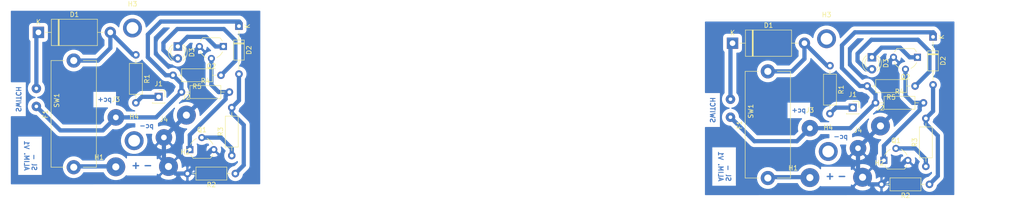
<source format=kicad_pcb>
(kicad_pcb (version 20171130) (host pcbnew "(5.0.2)-1")

  (general
    (thickness 1.6)
    (drawings 20)
    (tracks 142)
    (zones 0)
    (modules 40)
    (nets 12)
  )

  (page A4)
  (layers
    (0 F.Cu signal)
    (31 B.Cu signal)
    (32 B.Adhes user)
    (33 F.Adhes user)
    (34 B.Paste user)
    (35 F.Paste user)
    (36 B.SilkS user)
    (37 F.SilkS user)
    (38 B.Mask user)
    (39 F.Mask user)
    (40 Dwgs.User user)
    (41 Cmts.User user)
    (42 Eco1.User user)
    (43 Eco2.User user)
    (44 Edge.Cuts user)
    (45 Margin user)
    (46 B.CrtYd user)
    (47 F.CrtYd user)
    (48 B.Fab user)
    (49 F.Fab user)
  )

  (setup
    (last_trace_width 0.9)
    (trace_clearance 0.6)
    (zone_clearance 0.8)
    (zone_45_only no)
    (trace_min 0.9)
    (segment_width 0.2)
    (edge_width 0.15)
    (via_size 0.8)
    (via_drill 0.4)
    (via_min_size 0.4)
    (via_min_drill 0.3)
    (uvia_size 0.3)
    (uvia_drill 0.1)
    (uvias_allowed no)
    (uvia_min_size 0.2)
    (uvia_min_drill 0.1)
    (pcb_text_width 0.3)
    (pcb_text_size 1.5 1.5)
    (mod_edge_width 0.12)
    (mod_text_size 1 1)
    (mod_text_width 0.15)
    (pad_size 4 4)
    (pad_drill 2.49936)
    (pad_to_mask_clearance 0.051)
    (solder_mask_min_width 0.25)
    (aux_axis_origin 0 0)
    (visible_elements 7FFFFFFF)
    (pcbplotparams
      (layerselection 0x00040_7ffffffe)
      (usegerberextensions false)
      (usegerberattributes false)
      (usegerberadvancedattributes false)
      (creategerberjobfile false)
      (excludeedgelayer true)
      (linewidth 0.100000)
      (plotframeref false)
      (viasonmask false)
      (mode 1)
      (useauxorigin false)
      (hpglpennumber 1)
      (hpglpenspeed 20)
      (hpglpendiameter 15.000000)
      (psnegative false)
      (psa4output false)
      (plotreference true)
      (plotvalue true)
      (plotinvisibletext false)
      (padsonsilk false)
      (subtractmaskfromsilk false)
      (outputformat 4)
      (mirror false)
      (drillshape 0)
      (scaleselection 1)
      (outputdirectory ""))
  )

  (net 0 "")
  (net 1 "Net-(D1-Pad1)")
  (net 2 "Net-(D1-Pad2)")
  (net 3 8.4V)
  (net 4 "Net-(D2-Pad2)")
  (net 5 "Net-(D3-Pad1)")
  (net 6 "Net-(D3-Pad2)")
  (net 7 "Net-(F1-Pad1)")
  (net 8 GND)
  (net 9 "Net-(J1-Pad1)")
  (net 10 "Net-(Q1-Pad1)")
  (net 11 "Net-(Q1-Pad2)")

  (net_class Default "This is the default net class."
    (clearance 0.6)
    (trace_width 0.9)
    (via_dia 0.8)
    (via_drill 0.4)
    (uvia_dia 0.3)
    (uvia_drill 0.1)
    (add_net 8.4V)
    (add_net GND)
    (add_net "Net-(D1-Pad1)")
    (add_net "Net-(D1-Pad2)")
    (add_net "Net-(D2-Pad2)")
    (add_net "Net-(D3-Pad1)")
    (add_net "Net-(D3-Pad2)")
    (add_net "Net-(F1-Pad1)")
    (add_net "Net-(J1-Pad1)")
    (add_net "Net-(Q1-Pad1)")
    (add_net "Net-(Q1-Pad2)")
  )

  (module Package_TO_SOT_THT:TO-92_Wide (layer F.Cu) (tedit 5A2795B7) (tstamp 5D59FD9B)
    (at 244.348 74.676 180)
    (descr "TO-92 leads molded, wide, drill 0.75mm (see NXP sot054_po.pdf)")
    (tags "to-92 sc-43 sc-43a sot54 PA33 transistor")
    (path /5D3176BA)
    (fp_text reference Q2 (at 2.55 -4.19 180) (layer F.SilkS)
      (effects (font (size 1 1) (thickness 0.15)))
    )
    (fp_text value BC548 (at 2.54 2.79 180) (layer F.Fab)
      (effects (font (size 1 1) (thickness 0.15)))
    )
    (fp_arc (start 2.54 0) (end 4.34 1.85) (angle -20) (layer F.SilkS) (width 0.12))
    (fp_arc (start 2.54 0) (end 2.54 -2.48) (angle -135) (layer F.Fab) (width 0.1))
    (fp_arc (start 2.54 0) (end 2.54 -2.48) (angle 135) (layer F.Fab) (width 0.1))
    (fp_arc (start 2.54 0) (end 3.65 -2.35) (angle 39.71668247) (layer F.SilkS) (width 0.12))
    (fp_arc (start 2.54 0) (end 1.4 -2.35) (angle -39.12170074) (layer F.SilkS) (width 0.12))
    (fp_arc (start 2.54 0) (end 0.74 1.85) (angle 20) (layer F.SilkS) (width 0.12))
    (fp_line (start 6.09 2.01) (end -1.01 2.01) (layer F.CrtYd) (width 0.05))
    (fp_line (start 6.09 2.01) (end 6.09 -3.55) (layer F.CrtYd) (width 0.05))
    (fp_line (start -1.01 -3.55) (end -1.01 2.01) (layer F.CrtYd) (width 0.05))
    (fp_line (start -1.01 -3.55) (end 6.09 -3.55) (layer F.CrtYd) (width 0.05))
    (fp_line (start 0.8 1.75) (end 4.3 1.75) (layer F.Fab) (width 0.1))
    (fp_line (start 0.74 1.85) (end 4.34 1.85) (layer F.SilkS) (width 0.12))
    (fp_text user %R (at 2.54 0 180) (layer F.Fab)
      (effects (font (size 1 1) (thickness 0.15)))
    )
    (pad 1 thru_hole rect (at 0 0 270) (size 1.5 1.5) (drill 0.8) (layers *.Cu *.Mask)
      (net 5 "Net-(D3-Pad1)"))
    (pad 3 thru_hole circle (at 5.08 0 270) (size 1.5 1.5) (drill 0.8) (layers *.Cu *.Mask)
      (net 8 GND))
    (pad 2 thru_hole circle (at 2.54 -2.54 270) (size 1.5 1.5) (drill 0.8) (layers *.Cu *.Mask)
      (net 10 "Net-(Q1-Pad1)"))
    (model ${KISYS3DMOD}/Package_TO_SOT_THT.3dshapes/TO-92_Wide.wrl
      (at (xyz 0 0 0))
      (scale (xyz 1 1 1))
      (rotate (xyz 0 0 0))
    )
  )

  (module Package_TO_SOT_THT:TO-92_Wide (layer F.Cu) (tedit 5A2795B7) (tstamp 5D59FD88)
    (at 237.236 96.52)
    (descr "TO-92 leads molded, wide, drill 0.75mm (see NXP sot054_po.pdf)")
    (tags "to-92 sc-43 sc-43a sot54 PA33 transistor")
    (path /5D3166B6)
    (fp_text reference Q1 (at 2.55 -4.19) (layer F.SilkS)
      (effects (font (size 1 1) (thickness 0.15)))
    )
    (fp_text value BC548 (at 2.54 2.79) (layer F.Fab)
      (effects (font (size 1 1) (thickness 0.15)))
    )
    (fp_text user %R (at 2.54 0) (layer F.Fab)
      (effects (font (size 1 1) (thickness 0.15)))
    )
    (fp_line (start 0.74 1.85) (end 4.34 1.85) (layer F.SilkS) (width 0.12))
    (fp_line (start 0.8 1.75) (end 4.3 1.75) (layer F.Fab) (width 0.1))
    (fp_line (start -1.01 -3.55) (end 6.09 -3.55) (layer F.CrtYd) (width 0.05))
    (fp_line (start -1.01 -3.55) (end -1.01 2.01) (layer F.CrtYd) (width 0.05))
    (fp_line (start 6.09 2.01) (end 6.09 -3.55) (layer F.CrtYd) (width 0.05))
    (fp_line (start 6.09 2.01) (end -1.01 2.01) (layer F.CrtYd) (width 0.05))
    (fp_arc (start 2.54 0) (end 0.74 1.85) (angle 20) (layer F.SilkS) (width 0.12))
    (fp_arc (start 2.54 0) (end 1.4 -2.35) (angle -39.12170074) (layer F.SilkS) (width 0.12))
    (fp_arc (start 2.54 0) (end 3.65 -2.35) (angle 39.71668247) (layer F.SilkS) (width 0.12))
    (fp_arc (start 2.54 0) (end 2.54 -2.48) (angle 135) (layer F.Fab) (width 0.1))
    (fp_arc (start 2.54 0) (end 2.54 -2.48) (angle -135) (layer F.Fab) (width 0.1))
    (fp_arc (start 2.54 0) (end 4.34 1.85) (angle -20) (layer F.SilkS) (width 0.12))
    (pad 2 thru_hole circle (at 2.54 -2.54 90) (size 1.5 1.5) (drill 0.8) (layers *.Cu *.Mask)
      (net 11 "Net-(Q1-Pad2)"))
    (pad 3 thru_hole circle (at 5.08 0 90) (size 1.5 1.5) (drill 0.8) (layers *.Cu *.Mask)
      (net 8 GND))
    (pad 1 thru_hole rect (at 0 0 90) (size 1.5 1.5) (drill 0.8) (layers *.Cu *.Mask)
      (net 10 "Net-(Q1-Pad1)"))
    (model ${KISYS3DMOD}/Package_TO_SOT_THT.3dshapes/TO-92_Wide.wrl
      (at (xyz 0 0 0))
      (scale (xyz 1 1 1))
      (rotate (xyz 0 0 0))
    )
  )

  (module Connector_Wire:SolderWirePad_1x01_Drill1.5mm (layer F.Cu) (tedit 5AEE5EB3) (tstamp 5D59FD7F)
    (at 236.50956 89.22766)
    (descr "Wire solder connection")
    (tags connector)
    (path /5D152CB0)
    (attr virtual)
    (fp_text reference J2 (at 0 -3.81) (layer F.SilkS)
      (effects (font (size 1 1) (thickness 0.15)))
    )
    (fp_text value PinoCheckBateriaGND (at 4.53644 -0.83566) (layer F.Fab)
      (effects (font (size 1 1) (thickness 0.15)))
    )
    (fp_text user %R (at 0 0) (layer F.Fab)
      (effects (font (size 1 1) (thickness 0.15)))
    )
    (fp_line (start -2.5 -2.5) (end 2.5 -2.5) (layer F.CrtYd) (width 0.05))
    (fp_line (start -2.5 -2.5) (end -2.5 2.5) (layer F.CrtYd) (width 0.05))
    (fp_line (start 2.5 2.5) (end 2.5 -2.5) (layer F.CrtYd) (width 0.05))
    (fp_line (start 2.5 2.5) (end -2.5 2.5) (layer F.CrtYd) (width 0.05))
    (pad 1 thru_hole circle (at 0 0) (size 4.0005 4.0005) (drill 1.50114) (layers *.Cu *.Mask)
      (net 8 GND))
  )

  (module Connector_Wire:SolderWirePad_1x01_Drill1.5mm (layer F.Cu) (tedit 5AEE5EB3) (tstamp 5D59FD76)
    (at 232.7148 100.1014)
    (descr "Wire solder connection")
    (tags connector)
    (path /5D0BE14B)
    (attr virtual)
    (fp_text reference H2 (at 3.556 -3.048) (layer F.SilkS)
      (effects (font (size 1 1) (thickness 0.15)))
    )
    (fp_text value "GND - Lipo" (at 0 3.81) (layer F.Fab)
      (effects (font (size 1 1) (thickness 0.15)))
    )
    (fp_line (start 2.5 2.5) (end -2.5 2.5) (layer F.CrtYd) (width 0.05))
    (fp_line (start 2.5 2.5) (end 2.5 -2.5) (layer F.CrtYd) (width 0.05))
    (fp_line (start -2.5 -2.5) (end -2.5 2.5) (layer F.CrtYd) (width 0.05))
    (fp_line (start -2.5 -2.5) (end 2.5 -2.5) (layer F.CrtYd) (width 0.05))
    (fp_text user %R (at 0 0) (layer F.Fab)
      (effects (font (size 1 1) (thickness 0.15)))
    )
    (pad 1 thru_hole circle (at 0 0) (size 4.0005 4.0005) (drill 1.50114) (layers *.Cu *.Mask)
      (net 8 GND))
  )

  (module Connector_Wire:SolderWirePad_1x01_Drill1.5mm (layer F.Cu) (tedit 5AEE5EB3) (tstamp 5D59FD6D)
    (at 221.54896 100.17506)
    (descr "Wire solder connection")
    (tags connector)
    (path /5D0BE091)
    (attr virtual)
    (fp_text reference H1 (at -3.556 -2.032) (layer F.SilkS)
      (effects (font (size 1 1) (thickness 0.15)))
    )
    (fp_text value "V8.4 - Lipo" (at 0 3.81) (layer F.Fab)
      (effects (font (size 1 1) (thickness 0.15)))
    )
    (fp_line (start 2.5 2.5) (end -2.5 2.5) (layer F.CrtYd) (width 0.05))
    (fp_line (start 2.5 2.5) (end 2.5 -2.5) (layer F.CrtYd) (width 0.05))
    (fp_line (start -2.5 -2.5) (end -2.5 2.5) (layer F.CrtYd) (width 0.05))
    (fp_line (start -2.5 -2.5) (end 2.5 -2.5) (layer F.CrtYd) (width 0.05))
    (fp_text user %R (at 0 0) (layer F.Fab)
      (effects (font (size 1 1) (thickness 0.15)))
    )
    (pad 1 thru_hole circle (at 0 0) (size 4.0005 4.0005) (drill 1.50114) (layers *.Cu *.Mask)
      (net 7 "Net-(F1-Pad1)"))
  )

  (module Fuse:Fuseholder_Cylinder-5x20mm_Stelvio-Kontek_PTF78_Horizontal_Open (layer F.Cu) (tedit 5B7EAE13) (tstamp 5D59FD45)
    (at 212.64118 100.25888 90)
    (descr https://www.tme.eu/en/Document/3b48dbe2b9714a62652c97b08fcd464b/PTF78.pdf)
    (tags "Fuseholder horizontal open 5x20 Stelvio-Kontek PTF/78")
    (path /5D154189)
    (fp_text reference F1 (at 11.25 -6 90) (layer F.SilkS)
      (effects (font (size 1 1) (thickness 0.15)))
    )
    (fp_text value Fuse-5A (at 18.034 6 90) (layer F.Fab)
      (effects (font (size 1 1) (thickness 0.15)))
    )
    (fp_line (start -1.85 -0.45) (end -1.45 -1.25) (layer F.CrtYd) (width 0.05))
    (fp_line (start -1.45 1.25) (end -1.85 0.45) (layer F.CrtYd) (width 0.05))
    (fp_line (start -0.4 1.85) (end -0.15 1.85) (layer F.CrtYd) (width 0.05))
    (fp_line (start -0.75 1.75) (end -0.4 1.85) (layer F.CrtYd) (width 0.05))
    (fp_line (start -1.45 1.25) (end -0.75 1.75) (layer F.CrtYd) (width 0.05))
    (fp_line (start -1.85 -0.45) (end -1.85 0.45) (layer F.CrtYd) (width 0.05))
    (fp_line (start -0.75 -1.75) (end -1.45 -1.25) (layer F.CrtYd) (width 0.05))
    (fp_line (start -0.4 -1.85) (end -0.75 -1.75) (layer F.CrtYd) (width 0.05))
    (fp_line (start -0.15 -1.85) (end -0.4 -1.85) (layer F.CrtYd) (width 0.05))
    (fp_line (start 24.05 1.25) (end 24.45 0.45) (layer F.CrtYd) (width 0.05))
    (fp_line (start 23.35 1.75) (end 24.05 1.25) (layer F.CrtYd) (width 0.05))
    (fp_line (start 23 1.85) (end 23.35 1.75) (layer F.CrtYd) (width 0.05))
    (fp_line (start 22.75 1.85) (end 23 1.85) (layer F.CrtYd) (width 0.05))
    (fp_line (start 23.35 -1.75) (end 23 -1.85) (layer F.CrtYd) (width 0.05))
    (fp_line (start 24.05 -1.25) (end 23.35 -1.75) (layer F.CrtYd) (width 0.05))
    (fp_line (start 24.45 -0.45) (end 24.05 -1.25) (layer F.CrtYd) (width 0.05))
    (fp_line (start 24.45 0.45) (end 24.45 -0.45) (layer F.CrtYd) (width 0.05))
    (fp_line (start 22.75 -1.85) (end 23 -1.85) (layer F.CrtYd) (width 0.05))
    (fp_line (start 0 4.8) (end 0 2) (layer F.SilkS) (width 0.12))
    (fp_line (start 22.75 1.85) (end 22.75 4.95) (layer F.CrtYd) (width 0.05))
    (fp_line (start 22.75 -1.85) (end 22.75 -4.95) (layer F.CrtYd) (width 0.05))
    (fp_line (start -0.15 -1.85) (end -0.15 -4.95) (layer F.CrtYd) (width 0.05))
    (fp_line (start 0 4.8) (end 22.6 4.8) (layer F.SilkS) (width 0.12))
    (fp_line (start -0.15 -4.95) (end 22.75 -4.95) (layer F.CrtYd) (width 0.05))
    (fp_line (start 22.75 4.95) (end -0.15 4.95) (layer F.CrtYd) (width 0.05))
    (fp_line (start 0 -4.8) (end 22.6 -4.8) (layer F.SilkS) (width 0.12))
    (fp_line (start 0 -2) (end 0 -4.8) (layer F.SilkS) (width 0.12))
    (fp_line (start 22.6 -2) (end 22.6 -4.8) (layer F.SilkS) (width 0.12))
    (fp_line (start 22.6 4.8) (end 22.6 2) (layer F.SilkS) (width 0.12))
    (fp_line (start -0.15 4.95) (end -0.15 1.85) (layer F.CrtYd) (width 0.05))
    (fp_line (start 22.5 -4.7) (end 0.1 -4.7) (layer F.Fab) (width 0.1))
    (fp_line (start 22.5 4.7) (end 22.5 -4.7) (layer F.Fab) (width 0.1))
    (fp_line (start 0.1 4.7) (end 22.5 4.7) (layer F.Fab) (width 0.1))
    (fp_line (start 0.1 -4.7) (end 0.1 4.7) (layer F.Fab) (width 0.1))
    (fp_text user %R (at 11.25 4 90) (layer F.Fab)
      (effects (font (size 1 1) (thickness 0.15)))
    )
    (pad 2 thru_hole circle (at 22.6 0 90) (size 3 3) (drill 1.5) (layers *.Cu *.Mask)
      (net 2 "Net-(D1-Pad2)"))
    (pad 1 thru_hole circle (at 0 0 90) (size 3 3) (drill 1.5) (layers *.Cu *.Mask)
      (net 7 "Net-(F1-Pad1)"))
    (model ${KISYS3DMOD}/Fuse.3dshapes/Fuseholder_Cylinder-5x20mm_Stelvio-Kontek_PTF78_Horizontal_Open.wrl
      (at (xyz 0 0 0))
      (scale (xyz 1 1 1))
      (rotate (xyz 0 0 0))
    )
  )

  (module Connector_PinSocket_2.54mm:PinSocket_1x01_P2.54mm_Vertical (layer F.Cu) (tedit 5A19A434) (tstamp 5D59FD32)
    (at 230.632 85.344)
    (descr "Through hole straight socket strip, 1x01, 2.54mm pitch, single row (from Kicad 4.0.7), script generated")
    (tags "Through hole socket strip THT 1x01 2.54mm single row")
    (path /5D20493D)
    (fp_text reference J1 (at 0 -2.77) (layer F.SilkS)
      (effects (font (size 1 1) (thickness 0.15)))
    )
    (fp_text value PinoCheckBateriaVcc (at -11.43 -4.318) (layer F.Fab)
      (effects (font (size 1 1) (thickness 0.15)))
    )
    (fp_text user %R (at 0 0) (layer F.Fab)
      (effects (font (size 1 1) (thickness 0.15)))
    )
    (fp_line (start -1.8 1.75) (end -1.8 -1.8) (layer F.CrtYd) (width 0.05))
    (fp_line (start 1.75 1.75) (end -1.8 1.75) (layer F.CrtYd) (width 0.05))
    (fp_line (start 1.75 -1.8) (end 1.75 1.75) (layer F.CrtYd) (width 0.05))
    (fp_line (start -1.8 -1.8) (end 1.75 -1.8) (layer F.CrtYd) (width 0.05))
    (fp_line (start 0 -1.33) (end 1.33 -1.33) (layer F.SilkS) (width 0.12))
    (fp_line (start 1.33 -1.33) (end 1.33 0) (layer F.SilkS) (width 0.12))
    (fp_line (start 1.33 1.21) (end 1.33 1.33) (layer F.SilkS) (width 0.12))
    (fp_line (start -1.33 1.21) (end -1.33 1.33) (layer F.SilkS) (width 0.12))
    (fp_line (start -1.33 1.33) (end 1.33 1.33) (layer F.SilkS) (width 0.12))
    (fp_line (start -1.27 1.27) (end -1.27 -1.27) (layer F.Fab) (width 0.1))
    (fp_line (start 1.27 1.27) (end -1.27 1.27) (layer F.Fab) (width 0.1))
    (fp_line (start 1.27 -0.635) (end 1.27 1.27) (layer F.Fab) (width 0.1))
    (fp_line (start 0.635 -1.27) (end 1.27 -0.635) (layer F.Fab) (width 0.1))
    (fp_line (start -1.27 -1.27) (end 0.635 -1.27) (layer F.Fab) (width 0.1))
    (pad 1 thru_hole rect (at 0 0) (size 1.7 1.7) (drill 1) (layers *.Cu *.Mask)
      (net 9 "Net-(J1-Pad1)"))
    (model ${KISYS3DMOD}/Connector_PinSocket_2.54mm.3dshapes/PinSocket_1x01_P2.54mm_Vertical.wrl
      (at (xyz 0 0 0))
      (scale (xyz 1 1 1))
      (rotate (xyz 0 0 0))
    )
  )

  (module Resistor_THT:R_Axial_DIN0207_L6.3mm_D2.5mm_P10.16mm_Horizontal (layer F.Cu) (tedit 5AE5139B) (tstamp 5D59FD1C)
    (at 246.888 101.6 180)
    (descr "Resistor, Axial_DIN0207 series, Axial, Horizontal, pin pitch=10.16mm, 0.25W = 1/4W, length*diameter=6.3*2.5mm^2, http://cdn-reichelt.de/documents/datenblatt/B400/1_4W%23YAG.pdf")
    (tags "Resistor Axial_DIN0207 series Axial Horizontal pin pitch 10.16mm 0.25W = 1/4W length 6.3mm diameter 2.5mm")
    (path /5D316455)
    (fp_text reference R2 (at 5.08 -2.37 180) (layer F.SilkS)
      (effects (font (size 1 1) (thickness 0.15)))
    )
    (fp_text value R6K6MedidorDeBateria (at -7.874 -3.302 180) (layer F.Fab)
      (effects (font (size 1 1) (thickness 0.15)))
    )
    (fp_line (start 1.93 -1.25) (end 1.93 1.25) (layer F.Fab) (width 0.1))
    (fp_line (start 1.93 1.25) (end 8.23 1.25) (layer F.Fab) (width 0.1))
    (fp_line (start 8.23 1.25) (end 8.23 -1.25) (layer F.Fab) (width 0.1))
    (fp_line (start 8.23 -1.25) (end 1.93 -1.25) (layer F.Fab) (width 0.1))
    (fp_line (start 0 0) (end 1.93 0) (layer F.Fab) (width 0.1))
    (fp_line (start 10.16 0) (end 8.23 0) (layer F.Fab) (width 0.1))
    (fp_line (start 1.81 -1.37) (end 1.81 1.37) (layer F.SilkS) (width 0.12))
    (fp_line (start 1.81 1.37) (end 8.35 1.37) (layer F.SilkS) (width 0.12))
    (fp_line (start 8.35 1.37) (end 8.35 -1.37) (layer F.SilkS) (width 0.12))
    (fp_line (start 8.35 -1.37) (end 1.81 -1.37) (layer F.SilkS) (width 0.12))
    (fp_line (start 1.04 0) (end 1.81 0) (layer F.SilkS) (width 0.12))
    (fp_line (start 9.12 0) (end 8.35 0) (layer F.SilkS) (width 0.12))
    (fp_line (start -1.05 -1.5) (end -1.05 1.5) (layer F.CrtYd) (width 0.05))
    (fp_line (start -1.05 1.5) (end 11.21 1.5) (layer F.CrtYd) (width 0.05))
    (fp_line (start 11.21 1.5) (end 11.21 -1.5) (layer F.CrtYd) (width 0.05))
    (fp_line (start 11.21 -1.5) (end -1.05 -1.5) (layer F.CrtYd) (width 0.05))
    (fp_text user %R (at 5.08 0 180) (layer F.Fab)
      (effects (font (size 1 1) (thickness 0.15)))
    )
    (pad 1 thru_hole circle (at 0 0 180) (size 1.6 1.6) (drill 0.8) (layers *.Cu *.Mask)
      (net 4 "Net-(D2-Pad2)"))
    (pad 2 thru_hole oval (at 10.16 0 180) (size 1.6 1.6) (drill 0.8) (layers *.Cu *.Mask)
      (net 8 GND))
    (model ${KISYS3DMOD}/Resistor_THT.3dshapes/R_Axial_DIN0207_L6.3mm_D2.5mm_P10.16mm_Horizontal.wrl
      (at (xyz 0 0 0))
      (scale (xyz 1 1 1))
      (rotate (xyz 0 0 0))
    )
  )

  (module Resistor_THT:R_Axial_DIN0207_L6.3mm_D2.5mm_P10.16mm_Horizontal (layer F.Cu) (tedit 5AE5139B) (tstamp 5D59FD06)
    (at 225.806 76.454 270)
    (descr "Resistor, Axial_DIN0207 series, Axial, Horizontal, pin pitch=10.16mm, 0.25W = 1/4W, length*diameter=6.3*2.5mm^2, http://cdn-reichelt.de/documents/datenblatt/B400/1_4W%23YAG.pdf")
    (tags "Resistor Axial_DIN0207 series Axial Horizontal pin pitch 10.16mm 0.25W = 1/4W length 6.3mm diameter 2.5mm")
    (path /5D1A4675)
    (fp_text reference R1 (at 5.08 -2.37 270) (layer F.SilkS)
      (effects (font (size 1 1) (thickness 0.15)))
    )
    (fp_text value RBatCheck10K (at 5.08 2.37 270) (layer F.Fab)
      (effects (font (size 1 1) (thickness 0.15)))
    )
    (fp_text user %R (at 5.08 0 270) (layer F.Fab)
      (effects (font (size 1 1) (thickness 0.15)))
    )
    (fp_line (start 11.21 -1.5) (end -1.05 -1.5) (layer F.CrtYd) (width 0.05))
    (fp_line (start 11.21 1.5) (end 11.21 -1.5) (layer F.CrtYd) (width 0.05))
    (fp_line (start -1.05 1.5) (end 11.21 1.5) (layer F.CrtYd) (width 0.05))
    (fp_line (start -1.05 -1.5) (end -1.05 1.5) (layer F.CrtYd) (width 0.05))
    (fp_line (start 9.12 0) (end 8.35 0) (layer F.SilkS) (width 0.12))
    (fp_line (start 1.04 0) (end 1.81 0) (layer F.SilkS) (width 0.12))
    (fp_line (start 8.35 -1.37) (end 1.81 -1.37) (layer F.SilkS) (width 0.12))
    (fp_line (start 8.35 1.37) (end 8.35 -1.37) (layer F.SilkS) (width 0.12))
    (fp_line (start 1.81 1.37) (end 8.35 1.37) (layer F.SilkS) (width 0.12))
    (fp_line (start 1.81 -1.37) (end 1.81 1.37) (layer F.SilkS) (width 0.12))
    (fp_line (start 10.16 0) (end 8.23 0) (layer F.Fab) (width 0.1))
    (fp_line (start 0 0) (end 1.93 0) (layer F.Fab) (width 0.1))
    (fp_line (start 8.23 -1.25) (end 1.93 -1.25) (layer F.Fab) (width 0.1))
    (fp_line (start 8.23 1.25) (end 8.23 -1.25) (layer F.Fab) (width 0.1))
    (fp_line (start 1.93 1.25) (end 8.23 1.25) (layer F.Fab) (width 0.1))
    (fp_line (start 1.93 -1.25) (end 1.93 1.25) (layer F.Fab) (width 0.1))
    (pad 2 thru_hole oval (at 10.16 0 270) (size 1.6 1.6) (drill 0.8) (layers *.Cu *.Mask)
      (net 9 "Net-(J1-Pad1)"))
    (pad 1 thru_hole circle (at 0 0 270) (size 1.6 1.6) (drill 0.8) (layers *.Cu *.Mask)
      (net 2 "Net-(D1-Pad2)"))
    (model ${KISYS3DMOD}/Resistor_THT.3dshapes/R_Axial_DIN0207_L6.3mm_D2.5mm_P10.16mm_Horizontal.wrl
      (at (xyz 0 0 0))
      (scale (xyz 1 1 1))
      (rotate (xyz 0 0 0))
    )
  )

  (module Connector_Wire:SolderWirePad_1x01_Drill1.2mm (layer F.Cu) (tedit 5AEE5EA7) (tstamp 5D59FCC5)
    (at 231.74706 93.94952)
    (descr "Wire solder connection")
    (tags connector)
    (path /5D3D515E)
    (attr virtual)
    (fp_text reference J4 (at 0 -3.81) (layer F.SilkS)
      (effects (font (size 1 1) (thickness 0.15)))
    )
    (fp_text value GND_PlacaCentral (at -0.09906 0.28448) (layer F.Fab)
      (effects (font (size 1 1) (thickness 0.15)))
    )
    (fp_text user %R (at 0 0) (layer F.Fab)
      (effects (font (size 1 1) (thickness 0.15)))
    )
    (fp_line (start -2.25 -2.25) (end 2.25 -2.25) (layer F.CrtYd) (width 0.05))
    (fp_line (start -2.25 -2.25) (end -2.25 2.25) (layer F.CrtYd) (width 0.05))
    (fp_line (start 2.25 2.25) (end 2.25 -2.25) (layer F.CrtYd) (width 0.05))
    (fp_line (start 2.25 2.25) (end -2.25 2.25) (layer F.CrtYd) (width 0.05))
    (pad 1 thru_hole circle (at 0 0) (size 3.50012 3.50012) (drill 1.19888) (layers *.Cu *.Mask)
      (net 8 GND))
  )

  (module CUSTOM_Placa_central_v01:Solder_Pad_Custom (layer F.Cu) (tedit 5D364556) (tstamp 5D59FCC0)
    (at 208.534 86.106 90)
    (path /5D0BCA30)
    (fp_text reference SW1 (at 0 0.5 90) (layer F.SilkS)
      (effects (font (size 1 1) (thickness 0.15)))
    )
    (fp_text value SW_ON/OFF (at 0.254 -10.668 90) (layer F.Fab)
      (effects (font (size 1 1) (thickness 0.15)))
    )
    (pad 1 thru_hole circle (at -1.27 -3.81 90) (size 2 2) (drill 0.762) (layers *.Cu *.Mask)
      (net 3 8.4V))
    (pad 2 thru_hole circle (at 2.54 -3.81 90) (size 2 2) (drill 0.762) (layers *.Cu *.Mask)
      (net 1 "Net-(D1-Pad1)"))
  )

  (module Wire_Pads:SolderWirePad_single_2-5mmDrill (layer F.Cu) (tedit 5D58734E) (tstamp 5D59FCBC)
    (at 225.44278 94.63532)
    (path /5D58BCCF)
    (fp_text reference H4 (at 0 -5.08) (layer F.SilkS)
      (effects (font (size 1 1) (thickness 0.15)))
    )
    (fp_text value Furos (at -4.71678 0.10668) (layer F.Fab)
      (effects (font (size 1 1) (thickness 0.15)))
    )
    (pad 1 thru_hole circle (at 0 0) (size 4 4) (drill 2.49936) (layers *.Cu *.Mask))
  )

  (module Resistor_THT:R_Axial_DIN0207_L6.3mm_D2.5mm_P10.16mm_Horizontal (layer F.Cu) (tedit 5AE5139B) (tstamp 5D59FCA6)
    (at 235.458 84.328)
    (descr "Resistor, Axial_DIN0207 series, Axial, Horizontal, pin pitch=10.16mm, 0.25W = 1/4W, length*diameter=6.3*2.5mm^2, http://cdn-reichelt.de/documents/datenblatt/B400/1_4W%23YAG.pdf")
    (tags "Resistor Axial_DIN0207 series Axial Horizontal pin pitch 10.16mm 0.25W = 1/4W length 6.3mm diameter 2.5mm")
    (path /5D316CF8)
    (fp_text reference R4 (at 5.08 -2.37) (layer F.SilkS)
      (effects (font (size 1 1) (thickness 0.15)))
    )
    (fp_text value R10KMedidorDeBateria (at 5.08 2.37) (layer F.Fab)
      (effects (font (size 1 1) (thickness 0.15)))
    )
    (fp_text user %R (at 5.08 0) (layer F.Fab)
      (effects (font (size 1 1) (thickness 0.15)))
    )
    (fp_line (start 11.21 -1.5) (end -1.05 -1.5) (layer F.CrtYd) (width 0.05))
    (fp_line (start 11.21 1.5) (end 11.21 -1.5) (layer F.CrtYd) (width 0.05))
    (fp_line (start -1.05 1.5) (end 11.21 1.5) (layer F.CrtYd) (width 0.05))
    (fp_line (start -1.05 -1.5) (end -1.05 1.5) (layer F.CrtYd) (width 0.05))
    (fp_line (start 9.12 0) (end 8.35 0) (layer F.SilkS) (width 0.12))
    (fp_line (start 1.04 0) (end 1.81 0) (layer F.SilkS) (width 0.12))
    (fp_line (start 8.35 -1.37) (end 1.81 -1.37) (layer F.SilkS) (width 0.12))
    (fp_line (start 8.35 1.37) (end 8.35 -1.37) (layer F.SilkS) (width 0.12))
    (fp_line (start 1.81 1.37) (end 8.35 1.37) (layer F.SilkS) (width 0.12))
    (fp_line (start 1.81 -1.37) (end 1.81 1.37) (layer F.SilkS) (width 0.12))
    (fp_line (start 10.16 0) (end 8.23 0) (layer F.Fab) (width 0.1))
    (fp_line (start 0 0) (end 1.93 0) (layer F.Fab) (width 0.1))
    (fp_line (start 8.23 -1.25) (end 1.93 -1.25) (layer F.Fab) (width 0.1))
    (fp_line (start 8.23 1.25) (end 8.23 -1.25) (layer F.Fab) (width 0.1))
    (fp_line (start 1.93 1.25) (end 8.23 1.25) (layer F.Fab) (width 0.1))
    (fp_line (start 1.93 -1.25) (end 1.93 1.25) (layer F.Fab) (width 0.1))
    (pad 2 thru_hole oval (at 10.16 0) (size 1.6 1.6) (drill 0.8) (layers *.Cu *.Mask)
      (net 10 "Net-(Q1-Pad1)"))
    (pad 1 thru_hole circle (at 0 0) (size 1.6 1.6) (drill 0.8) (layers *.Cu *.Mask)
      (net 3 8.4V))
    (model ${KISYS3DMOD}/Resistor_THT.3dshapes/R_Axial_DIN0207_L6.3mm_D2.5mm_P10.16mm_Horizontal.wrl
      (at (xyz 0 0 0))
      (scale (xyz 1 1 1))
      (rotate (xyz 0 0 0))
    )
  )

  (module Wire_Pads:SolderWirePad_single_2-5mmDrill (layer F.Cu) (tedit 5D58735F) (tstamp 5D59FCA2)
    (at 225.08972 70.75424)
    (path /5D58B29C)
    (fp_text reference H3 (at 0 -5.08) (layer F.SilkS)
      (effects (font (size 1 1) (thickness 0.15)))
    )
    (fp_text value Furos (at 1.27 5.08) (layer F.Fab)
      (effects (font (size 1 1) (thickness 0.15)))
    )
    (pad 1 thru_hole circle (at 0 0) (size 4 4) (drill 2.49936) (layers *.Cu *.Mask))
  )

  (module Resistor_THT:R_Axial_DIN0207_L6.3mm_D2.5mm_P10.16mm_Horizontal (layer F.Cu) (tedit 5AE5139B) (tstamp 5D59FC8C)
    (at 246.126 97.79 90)
    (descr "Resistor, Axial_DIN0207 series, Axial, Horizontal, pin pitch=10.16mm, 0.25W = 1/4W, length*diameter=6.3*2.5mm^2, http://cdn-reichelt.de/documents/datenblatt/B400/1_4W%23YAG.pdf")
    (tags "Resistor Axial_DIN0207 series Axial Horizontal pin pitch 10.16mm 0.25W = 1/4W length 6.3mm diameter 2.5mm")
    (path /5D316319)
    (fp_text reference R3 (at 5.08 -2.37 90) (layer F.SilkS)
      (effects (font (size 1 1) (thickness 0.15)))
    )
    (fp_text value R1KMedidorDeBateria (at 0.254 12.7 180) (layer F.Fab)
      (effects (font (size 1 1) (thickness 0.15)))
    )
    (fp_text user %R (at 5.08 0 90) (layer F.Fab)
      (effects (font (size 1 1) (thickness 0.15)))
    )
    (fp_line (start 11.21 -1.5) (end -1.05 -1.5) (layer F.CrtYd) (width 0.05))
    (fp_line (start 11.21 1.5) (end 11.21 -1.5) (layer F.CrtYd) (width 0.05))
    (fp_line (start -1.05 1.5) (end 11.21 1.5) (layer F.CrtYd) (width 0.05))
    (fp_line (start -1.05 -1.5) (end -1.05 1.5) (layer F.CrtYd) (width 0.05))
    (fp_line (start 9.12 0) (end 8.35 0) (layer F.SilkS) (width 0.12))
    (fp_line (start 1.04 0) (end 1.81 0) (layer F.SilkS) (width 0.12))
    (fp_line (start 8.35 -1.37) (end 1.81 -1.37) (layer F.SilkS) (width 0.12))
    (fp_line (start 8.35 1.37) (end 8.35 -1.37) (layer F.SilkS) (width 0.12))
    (fp_line (start 1.81 1.37) (end 8.35 1.37) (layer F.SilkS) (width 0.12))
    (fp_line (start 1.81 -1.37) (end 1.81 1.37) (layer F.SilkS) (width 0.12))
    (fp_line (start 10.16 0) (end 8.23 0) (layer F.Fab) (width 0.1))
    (fp_line (start 0 0) (end 1.93 0) (layer F.Fab) (width 0.1))
    (fp_line (start 8.23 -1.25) (end 1.93 -1.25) (layer F.Fab) (width 0.1))
    (fp_line (start 8.23 1.25) (end 8.23 -1.25) (layer F.Fab) (width 0.1))
    (fp_line (start 1.93 1.25) (end 8.23 1.25) (layer F.Fab) (width 0.1))
    (fp_line (start 1.93 -1.25) (end 1.93 1.25) (layer F.Fab) (width 0.1))
    (pad 2 thru_hole oval (at 10.16 0 90) (size 1.6 1.6) (drill 0.8) (layers *.Cu *.Mask)
      (net 4 "Net-(D2-Pad2)"))
    (pad 1 thru_hole circle (at 0 0 90) (size 1.6 1.6) (drill 0.8) (layers *.Cu *.Mask)
      (net 11 "Net-(Q1-Pad2)"))
    (model ${KISYS3DMOD}/Resistor_THT.3dshapes/R_Axial_DIN0207_L6.3mm_D2.5mm_P10.16mm_Horizontal.wrl
      (at (xyz 0 0 0))
      (scale (xyz 1 1 1))
      (rotate (xyz 0 0 0))
    )
  )

  (module Connector_Wire:SolderWirePad_1x01_Drill1.2mm (layer F.Cu) (tedit 5AEE5EA7) (tstamp 5D59FC83)
    (at 221.5642 89.7001)
    (descr "Wire solder connection")
    (tags connector)
    (path /5D3D07BC)
    (attr virtual)
    (fp_text reference J3 (at 0 -3.81) (layer F.SilkS)
      (effects (font (size 1 1) (thickness 0.15)))
    )
    (fp_text value 8.4V_PlacaCentral (at 0.1778 -0.0381) (layer F.Fab)
      (effects (font (size 1 1) (thickness 0.15)))
    )
    (fp_line (start 2.25 2.25) (end -2.25 2.25) (layer F.CrtYd) (width 0.05))
    (fp_line (start 2.25 2.25) (end 2.25 -2.25) (layer F.CrtYd) (width 0.05))
    (fp_line (start -2.25 -2.25) (end -2.25 2.25) (layer F.CrtYd) (width 0.05))
    (fp_line (start -2.25 -2.25) (end 2.25 -2.25) (layer F.CrtYd) (width 0.05))
    (fp_text user %R (at 0 0) (layer F.Fab)
      (effects (font (size 1 1) (thickness 0.15)))
    )
    (pad 1 thru_hole circle (at 0 0) (size 3.50012 3.50012) (drill 1.19888) (layers *.Cu *.Mask)
      (net 3 8.4V))
  )

  (module Resistor_THT:R_Axial_DIN0207_L6.3mm_D2.5mm_P10.16mm_Horizontal (layer F.Cu) (tedit 5AE5139B) (tstamp 5D59FC6D)
    (at 243.84 80.772 180)
    (descr "Resistor, Axial_DIN0207 series, Axial, Horizontal, pin pitch=10.16mm, 0.25W = 1/4W, length*diameter=6.3*2.5mm^2, http://cdn-reichelt.de/documents/datenblatt/B400/1_4W%23YAG.pdf")
    (tags "Resistor Axial_DIN0207 series Axial Horizontal pin pitch 10.16mm 0.25W = 1/4W length 6.3mm diameter 2.5mm")
    (path /5D31721A)
    (fp_text reference R5 (at 5.08 -2.37 180) (layer F.SilkS)
      (effects (font (size 1 1) (thickness 0.15)))
    )
    (fp_text value RMedidorDeBateria1K (at 5.08 2.37 180) (layer F.Fab)
      (effects (font (size 1 1) (thickness 0.15)))
    )
    (fp_line (start 1.93 -1.25) (end 1.93 1.25) (layer F.Fab) (width 0.1))
    (fp_line (start 1.93 1.25) (end 8.23 1.25) (layer F.Fab) (width 0.1))
    (fp_line (start 8.23 1.25) (end 8.23 -1.25) (layer F.Fab) (width 0.1))
    (fp_line (start 8.23 -1.25) (end 1.93 -1.25) (layer F.Fab) (width 0.1))
    (fp_line (start 0 0) (end 1.93 0) (layer F.Fab) (width 0.1))
    (fp_line (start 10.16 0) (end 8.23 0) (layer F.Fab) (width 0.1))
    (fp_line (start 1.81 -1.37) (end 1.81 1.37) (layer F.SilkS) (width 0.12))
    (fp_line (start 1.81 1.37) (end 8.35 1.37) (layer F.SilkS) (width 0.12))
    (fp_line (start 8.35 1.37) (end 8.35 -1.37) (layer F.SilkS) (width 0.12))
    (fp_line (start 8.35 -1.37) (end 1.81 -1.37) (layer F.SilkS) (width 0.12))
    (fp_line (start 1.04 0) (end 1.81 0) (layer F.SilkS) (width 0.12))
    (fp_line (start 9.12 0) (end 8.35 0) (layer F.SilkS) (width 0.12))
    (fp_line (start -1.05 -1.5) (end -1.05 1.5) (layer F.CrtYd) (width 0.05))
    (fp_line (start -1.05 1.5) (end 11.21 1.5) (layer F.CrtYd) (width 0.05))
    (fp_line (start 11.21 1.5) (end 11.21 -1.5) (layer F.CrtYd) (width 0.05))
    (fp_line (start 11.21 -1.5) (end -1.05 -1.5) (layer F.CrtYd) (width 0.05))
    (fp_text user %R (at 5.08 0 180) (layer F.Fab)
      (effects (font (size 1 1) (thickness 0.15)))
    )
    (pad 1 thru_hole circle (at 0 0 180) (size 1.6 1.6) (drill 0.8) (layers *.Cu *.Mask)
      (net 6 "Net-(D3-Pad2)"))
    (pad 2 thru_hole oval (at 10.16 0 180) (size 1.6 1.6) (drill 0.8) (layers *.Cu *.Mask)
      (net 3 8.4V))
    (model ${KISYS3DMOD}/Resistor_THT.3dshapes/R_Axial_DIN0207_L6.3mm_D2.5mm_P10.16mm_Horizontal.wrl
      (at (xyz 0 0 0))
      (scale (xyz 1 1 1))
      (rotate (xyz 0 0 0))
    )
  )

  (module Diode_THT:D_DO-27_P15.24mm_Horizontal (layer F.Cu) (tedit 5AE50CD5) (tstamp 5D59FC4F)
    (at 205.16088 71.68896)
    (descr "Diode, DO-27 series, Axial, Horizontal, pin pitch=15.24mm, , length*diameter=9.52*5.33mm^2, , http://www.slottechforum.com/slotinfo/Techstuff/CD2%20Diodes%20and%20Transistors/Cases/Diode%20DO-27.jpg")
    (tags "Diode DO-27 series Axial Horizontal pin pitch 15.24mm  length 9.52mm diameter 5.33mm")
    (path /5D153AA9)
    (fp_text reference D1 (at 7.62 -3.785) (layer F.SilkS)
      (effects (font (size 1 1) (thickness 0.15)))
    )
    (fp_text value DiodoProtecao-5A (at 7.62 3.785) (layer F.Fab)
      (effects (font (size 1 1) (thickness 0.15)))
    )
    (fp_text user K (at 0 -2.2) (layer F.SilkS)
      (effects (font (size 1 1) (thickness 0.15)))
    )
    (fp_text user K (at 0 -2.2) (layer F.Fab)
      (effects (font (size 1 1) (thickness 0.15)))
    )
    (fp_text user %R (at 8.334 0) (layer F.Fab)
      (effects (font (size 1 1) (thickness 0.15)))
    )
    (fp_line (start 16.69 -2.92) (end -1.45 -2.92) (layer F.CrtYd) (width 0.05))
    (fp_line (start 16.69 2.92) (end 16.69 -2.92) (layer F.CrtYd) (width 0.05))
    (fp_line (start -1.45 2.92) (end 16.69 2.92) (layer F.CrtYd) (width 0.05))
    (fp_line (start -1.45 -2.92) (end -1.45 2.92) (layer F.CrtYd) (width 0.05))
    (fp_line (start 4.168 -2.785) (end 4.168 2.785) (layer F.SilkS) (width 0.12))
    (fp_line (start 4.408 -2.785) (end 4.408 2.785) (layer F.SilkS) (width 0.12))
    (fp_line (start 4.288 -2.785) (end 4.288 2.785) (layer F.SilkS) (width 0.12))
    (fp_line (start 13.8 0) (end 12.5 0) (layer F.SilkS) (width 0.12))
    (fp_line (start 1.44 0) (end 2.74 0) (layer F.SilkS) (width 0.12))
    (fp_line (start 12.5 -2.785) (end 2.74 -2.785) (layer F.SilkS) (width 0.12))
    (fp_line (start 12.5 2.785) (end 12.5 -2.785) (layer F.SilkS) (width 0.12))
    (fp_line (start 2.74 2.785) (end 12.5 2.785) (layer F.SilkS) (width 0.12))
    (fp_line (start 2.74 -2.785) (end 2.74 2.785) (layer F.SilkS) (width 0.12))
    (fp_line (start 4.188 -2.665) (end 4.188 2.665) (layer F.Fab) (width 0.1))
    (fp_line (start 4.388 -2.665) (end 4.388 2.665) (layer F.Fab) (width 0.1))
    (fp_line (start 4.288 -2.665) (end 4.288 2.665) (layer F.Fab) (width 0.1))
    (fp_line (start 15.24 0) (end 12.38 0) (layer F.Fab) (width 0.1))
    (fp_line (start 0 0) (end 2.86 0) (layer F.Fab) (width 0.1))
    (fp_line (start 12.38 -2.665) (end 2.86 -2.665) (layer F.Fab) (width 0.1))
    (fp_line (start 12.38 2.665) (end 12.38 -2.665) (layer F.Fab) (width 0.1))
    (fp_line (start 2.86 2.665) (end 12.38 2.665) (layer F.Fab) (width 0.1))
    (fp_line (start 2.86 -2.665) (end 2.86 2.665) (layer F.Fab) (width 0.1))
    (pad 2 thru_hole oval (at 15.24 0) (size 2.4 2.4) (drill 1.2) (layers *.Cu *.Mask)
      (net 2 "Net-(D1-Pad2)"))
    (pad 1 thru_hole rect (at 0 0) (size 2.4 2.4) (drill 1.2) (layers *.Cu *.Mask)
      (net 1 "Net-(D1-Pad1)"))
    (model ${KISYS3DMOD}/Diode_THT.3dshapes/D_DO-27_P15.24mm_Horizontal.wrl
      (at (xyz 0 0 0))
      (scale (xyz 1 1 1))
      (rotate (xyz 0 0 0))
    )
  )

  (module LED_THT:LED_D3.0mm (layer F.Cu) (tedit 587A3A7B) (tstamp 5D59FC3D)
    (at 234.696 74.676 270)
    (descr "LED, diameter 3.0mm, 2 pins")
    (tags "LED diameter 3.0mm 2 pins")
    (path /5D31810C)
    (fp_text reference D3 (at 1.27 -2.96 270) (layer F.SilkS)
      (effects (font (size 1 1) (thickness 0.15)))
    )
    (fp_text value LedBateriaVermelho (at 1.27 2.96 270) (layer F.Fab)
      (effects (font (size 1 1) (thickness 0.15)))
    )
    (fp_line (start 3.7 -2.25) (end -1.15 -2.25) (layer F.CrtYd) (width 0.05))
    (fp_line (start 3.7 2.25) (end 3.7 -2.25) (layer F.CrtYd) (width 0.05))
    (fp_line (start -1.15 2.25) (end 3.7 2.25) (layer F.CrtYd) (width 0.05))
    (fp_line (start -1.15 -2.25) (end -1.15 2.25) (layer F.CrtYd) (width 0.05))
    (fp_line (start -0.29 1.08) (end -0.29 1.236) (layer F.SilkS) (width 0.12))
    (fp_line (start -0.29 -1.236) (end -0.29 -1.08) (layer F.SilkS) (width 0.12))
    (fp_line (start -0.23 -1.16619) (end -0.23 1.16619) (layer F.Fab) (width 0.1))
    (fp_circle (center 1.27 0) (end 2.77 0) (layer F.Fab) (width 0.1))
    (fp_arc (start 1.27 0) (end 0.229039 1.08) (angle -87.9) (layer F.SilkS) (width 0.12))
    (fp_arc (start 1.27 0) (end 0.229039 -1.08) (angle 87.9) (layer F.SilkS) (width 0.12))
    (fp_arc (start 1.27 0) (end -0.29 1.235516) (angle -108.8) (layer F.SilkS) (width 0.12))
    (fp_arc (start 1.27 0) (end -0.29 -1.235516) (angle 108.8) (layer F.SilkS) (width 0.12))
    (fp_arc (start 1.27 0) (end -0.23 -1.16619) (angle 284.3) (layer F.Fab) (width 0.1))
    (pad 2 thru_hole circle (at 2.54 0 270) (size 1.8 1.8) (drill 0.9) (layers *.Cu *.Mask)
      (net 6 "Net-(D3-Pad2)"))
    (pad 1 thru_hole rect (at 0 0 270) (size 1.8 1.8) (drill 0.9) (layers *.Cu *.Mask)
      (net 5 "Net-(D3-Pad1)"))
    (model ${KISYS3DMOD}/LED_THT.3dshapes/LED_D3.0mm.wrl
      (at (xyz 0 0 0))
      (scale (xyz 1 1 1))
      (rotate (xyz 0 0 0))
    )
  )

  (module Diode_THT:D_DO-35_SOD27_P10.16mm_Horizontal (layer F.Cu) (tedit 5AE50CD5) (tstamp 5D59FC1F)
    (at 247.65 70.358 270)
    (descr "Diode, DO-35_SOD27 series, Axial, Horizontal, pin pitch=10.16mm, , length*diameter=4*2mm^2, , http://www.diodes.com/_files/packages/DO-35.pdf")
    (tags "Diode DO-35_SOD27 series Axial Horizontal pin pitch 10.16mm  length 4mm diameter 2mm")
    (path /5D316091)
    (fp_text reference D2 (at 5.08 -2.12 270) (layer F.SilkS)
      (effects (font (size 1 1) (thickness 0.15)))
    )
    (fp_text value DiodoZener6.8V (at 5.08 2.12 270) (layer F.Fab)
      (effects (font (size 1 1) (thickness 0.15)))
    )
    (fp_text user K (at 0 -1.8 270) (layer F.SilkS)
      (effects (font (size 1 1) (thickness 0.15)))
    )
    (fp_text user K (at 0 -1.8 270) (layer F.Fab)
      (effects (font (size 1 1) (thickness 0.15)))
    )
    (fp_text user %R (at 5.38 0 270) (layer F.Fab)
      (effects (font (size 0.8 0.8) (thickness 0.12)))
    )
    (fp_line (start 11.21 -1.25) (end -1.05 -1.25) (layer F.CrtYd) (width 0.05))
    (fp_line (start 11.21 1.25) (end 11.21 -1.25) (layer F.CrtYd) (width 0.05))
    (fp_line (start -1.05 1.25) (end 11.21 1.25) (layer F.CrtYd) (width 0.05))
    (fp_line (start -1.05 -1.25) (end -1.05 1.25) (layer F.CrtYd) (width 0.05))
    (fp_line (start 3.56 -1.12) (end 3.56 1.12) (layer F.SilkS) (width 0.12))
    (fp_line (start 3.8 -1.12) (end 3.8 1.12) (layer F.SilkS) (width 0.12))
    (fp_line (start 3.68 -1.12) (end 3.68 1.12) (layer F.SilkS) (width 0.12))
    (fp_line (start 9.12 0) (end 7.2 0) (layer F.SilkS) (width 0.12))
    (fp_line (start 1.04 0) (end 2.96 0) (layer F.SilkS) (width 0.12))
    (fp_line (start 7.2 -1.12) (end 2.96 -1.12) (layer F.SilkS) (width 0.12))
    (fp_line (start 7.2 1.12) (end 7.2 -1.12) (layer F.SilkS) (width 0.12))
    (fp_line (start 2.96 1.12) (end 7.2 1.12) (layer F.SilkS) (width 0.12))
    (fp_line (start 2.96 -1.12) (end 2.96 1.12) (layer F.SilkS) (width 0.12))
    (fp_line (start 3.58 -1) (end 3.58 1) (layer F.Fab) (width 0.1))
    (fp_line (start 3.78 -1) (end 3.78 1) (layer F.Fab) (width 0.1))
    (fp_line (start 3.68 -1) (end 3.68 1) (layer F.Fab) (width 0.1))
    (fp_line (start 10.16 0) (end 7.08 0) (layer F.Fab) (width 0.1))
    (fp_line (start 0 0) (end 3.08 0) (layer F.Fab) (width 0.1))
    (fp_line (start 7.08 -1) (end 3.08 -1) (layer F.Fab) (width 0.1))
    (fp_line (start 7.08 1) (end 7.08 -1) (layer F.Fab) (width 0.1))
    (fp_line (start 3.08 1) (end 7.08 1) (layer F.Fab) (width 0.1))
    (fp_line (start 3.08 -1) (end 3.08 1) (layer F.Fab) (width 0.1))
    (pad 2 thru_hole oval (at 10.16 0 270) (size 1.6 1.6) (drill 0.8) (layers *.Cu *.Mask)
      (net 4 "Net-(D2-Pad2)"))
    (pad 1 thru_hole rect (at 0 0 270) (size 1.6 1.6) (drill 0.8) (layers *.Cu *.Mask)
      (net 3 8.4V))
    (model ${KISYS3DMOD}/Diode_THT.3dshapes/D_DO-35_SOD27_P10.16mm_Horizontal.wrl
      (at (xyz 0 0 0))
      (scale (xyz 1 1 1))
      (rotate (xyz 0 0 0))
    )
  )

  (module Diode_THT:D_DO-27_P15.24mm_Horizontal (layer F.Cu) (tedit 5AE50CD5) (tstamp 5D492AAE)
    (at 58.09488 69.40296)
    (descr "Diode, DO-27 series, Axial, Horizontal, pin pitch=15.24mm, , length*diameter=9.52*5.33mm^2, , http://www.slottechforum.com/slotinfo/Techstuff/CD2%20Diodes%20and%20Transistors/Cases/Diode%20DO-27.jpg")
    (tags "Diode DO-27 series Axial Horizontal pin pitch 15.24mm  length 9.52mm diameter 5.33mm")
    (path /5D153AA9)
    (fp_text reference D1 (at 7.62 -3.785) (layer F.SilkS)
      (effects (font (size 1 1) (thickness 0.15)))
    )
    (fp_text value DiodoProtecao-5A (at 7.62 3.785) (layer F.Fab)
      (effects (font (size 1 1) (thickness 0.15)))
    )
    (fp_line (start 2.86 -2.665) (end 2.86 2.665) (layer F.Fab) (width 0.1))
    (fp_line (start 2.86 2.665) (end 12.38 2.665) (layer F.Fab) (width 0.1))
    (fp_line (start 12.38 2.665) (end 12.38 -2.665) (layer F.Fab) (width 0.1))
    (fp_line (start 12.38 -2.665) (end 2.86 -2.665) (layer F.Fab) (width 0.1))
    (fp_line (start 0 0) (end 2.86 0) (layer F.Fab) (width 0.1))
    (fp_line (start 15.24 0) (end 12.38 0) (layer F.Fab) (width 0.1))
    (fp_line (start 4.288 -2.665) (end 4.288 2.665) (layer F.Fab) (width 0.1))
    (fp_line (start 4.388 -2.665) (end 4.388 2.665) (layer F.Fab) (width 0.1))
    (fp_line (start 4.188 -2.665) (end 4.188 2.665) (layer F.Fab) (width 0.1))
    (fp_line (start 2.74 -2.785) (end 2.74 2.785) (layer F.SilkS) (width 0.12))
    (fp_line (start 2.74 2.785) (end 12.5 2.785) (layer F.SilkS) (width 0.12))
    (fp_line (start 12.5 2.785) (end 12.5 -2.785) (layer F.SilkS) (width 0.12))
    (fp_line (start 12.5 -2.785) (end 2.74 -2.785) (layer F.SilkS) (width 0.12))
    (fp_line (start 1.44 0) (end 2.74 0) (layer F.SilkS) (width 0.12))
    (fp_line (start 13.8 0) (end 12.5 0) (layer F.SilkS) (width 0.12))
    (fp_line (start 4.288 -2.785) (end 4.288 2.785) (layer F.SilkS) (width 0.12))
    (fp_line (start 4.408 -2.785) (end 4.408 2.785) (layer F.SilkS) (width 0.12))
    (fp_line (start 4.168 -2.785) (end 4.168 2.785) (layer F.SilkS) (width 0.12))
    (fp_line (start -1.45 -2.92) (end -1.45 2.92) (layer F.CrtYd) (width 0.05))
    (fp_line (start -1.45 2.92) (end 16.69 2.92) (layer F.CrtYd) (width 0.05))
    (fp_line (start 16.69 2.92) (end 16.69 -2.92) (layer F.CrtYd) (width 0.05))
    (fp_line (start 16.69 -2.92) (end -1.45 -2.92) (layer F.CrtYd) (width 0.05))
    (fp_text user %R (at 8.334 0) (layer F.Fab)
      (effects (font (size 1 1) (thickness 0.15)))
    )
    (fp_text user K (at 0 -2.2) (layer F.Fab)
      (effects (font (size 1 1) (thickness 0.15)))
    )
    (fp_text user K (at 0 -2.2) (layer F.SilkS)
      (effects (font (size 1 1) (thickness 0.15)))
    )
    (pad 1 thru_hole rect (at 0 0) (size 2.4 2.4) (drill 1.2) (layers *.Cu *.Mask)
      (net 1 "Net-(D1-Pad1)"))
    (pad 2 thru_hole oval (at 15.24 0) (size 2.4 2.4) (drill 1.2) (layers *.Cu *.Mask)
      (net 2 "Net-(D1-Pad2)"))
    (model ${KISYS3DMOD}/Diode_THT.3dshapes/D_DO-27_P15.24mm_Horizontal.wrl
      (at (xyz 0 0 0))
      (scale (xyz 1 1 1))
      (rotate (xyz 0 0 0))
    )
  )

  (module Diode_THT:D_DO-35_SOD27_P10.16mm_Horizontal (layer F.Cu) (tedit 5AE50CD5) (tstamp 5D3CB0FB)
    (at 100.584 68.072 270)
    (descr "Diode, DO-35_SOD27 series, Axial, Horizontal, pin pitch=10.16mm, , length*diameter=4*2mm^2, , http://www.diodes.com/_files/packages/DO-35.pdf")
    (tags "Diode DO-35_SOD27 series Axial Horizontal pin pitch 10.16mm  length 4mm diameter 2mm")
    (path /5D316091)
    (fp_text reference D2 (at 5.08 -2.12 270) (layer F.SilkS)
      (effects (font (size 1 1) (thickness 0.15)))
    )
    (fp_text value DiodoZener6.8V (at 5.08 2.12 270) (layer F.Fab)
      (effects (font (size 1 1) (thickness 0.15)))
    )
    (fp_line (start 3.08 -1) (end 3.08 1) (layer F.Fab) (width 0.1))
    (fp_line (start 3.08 1) (end 7.08 1) (layer F.Fab) (width 0.1))
    (fp_line (start 7.08 1) (end 7.08 -1) (layer F.Fab) (width 0.1))
    (fp_line (start 7.08 -1) (end 3.08 -1) (layer F.Fab) (width 0.1))
    (fp_line (start 0 0) (end 3.08 0) (layer F.Fab) (width 0.1))
    (fp_line (start 10.16 0) (end 7.08 0) (layer F.Fab) (width 0.1))
    (fp_line (start 3.68 -1) (end 3.68 1) (layer F.Fab) (width 0.1))
    (fp_line (start 3.78 -1) (end 3.78 1) (layer F.Fab) (width 0.1))
    (fp_line (start 3.58 -1) (end 3.58 1) (layer F.Fab) (width 0.1))
    (fp_line (start 2.96 -1.12) (end 2.96 1.12) (layer F.SilkS) (width 0.12))
    (fp_line (start 2.96 1.12) (end 7.2 1.12) (layer F.SilkS) (width 0.12))
    (fp_line (start 7.2 1.12) (end 7.2 -1.12) (layer F.SilkS) (width 0.12))
    (fp_line (start 7.2 -1.12) (end 2.96 -1.12) (layer F.SilkS) (width 0.12))
    (fp_line (start 1.04 0) (end 2.96 0) (layer F.SilkS) (width 0.12))
    (fp_line (start 9.12 0) (end 7.2 0) (layer F.SilkS) (width 0.12))
    (fp_line (start 3.68 -1.12) (end 3.68 1.12) (layer F.SilkS) (width 0.12))
    (fp_line (start 3.8 -1.12) (end 3.8 1.12) (layer F.SilkS) (width 0.12))
    (fp_line (start 3.56 -1.12) (end 3.56 1.12) (layer F.SilkS) (width 0.12))
    (fp_line (start -1.05 -1.25) (end -1.05 1.25) (layer F.CrtYd) (width 0.05))
    (fp_line (start -1.05 1.25) (end 11.21 1.25) (layer F.CrtYd) (width 0.05))
    (fp_line (start 11.21 1.25) (end 11.21 -1.25) (layer F.CrtYd) (width 0.05))
    (fp_line (start 11.21 -1.25) (end -1.05 -1.25) (layer F.CrtYd) (width 0.05))
    (fp_text user %R (at 5.38 0 270) (layer F.Fab)
      (effects (font (size 0.8 0.8) (thickness 0.12)))
    )
    (fp_text user K (at 0 -1.8 270) (layer F.Fab)
      (effects (font (size 1 1) (thickness 0.15)))
    )
    (fp_text user K (at 0 -1.8 270) (layer F.SilkS)
      (effects (font (size 1 1) (thickness 0.15)))
    )
    (pad 1 thru_hole rect (at 0 0 270) (size 1.6 1.6) (drill 0.8) (layers *.Cu *.Mask)
      (net 3 8.4V))
    (pad 2 thru_hole oval (at 10.16 0 270) (size 1.6 1.6) (drill 0.8) (layers *.Cu *.Mask)
      (net 4 "Net-(D2-Pad2)"))
    (model ${KISYS3DMOD}/Diode_THT.3dshapes/D_DO-35_SOD27_P10.16mm_Horizontal.wrl
      (at (xyz 0 0 0))
      (scale (xyz 1 1 1))
      (rotate (xyz 0 0 0))
    )
  )

  (module LED_THT:LED_D3.0mm (layer F.Cu) (tedit 587A3A7B) (tstamp 5D3CB03E)
    (at 87.63 72.39 270)
    (descr "LED, diameter 3.0mm, 2 pins")
    (tags "LED diameter 3.0mm 2 pins")
    (path /5D31810C)
    (fp_text reference D3 (at 1.27 -2.96 270) (layer F.SilkS)
      (effects (font (size 1 1) (thickness 0.15)))
    )
    (fp_text value LedBateriaVermelho (at 1.27 2.96 270) (layer F.Fab)
      (effects (font (size 1 1) (thickness 0.15)))
    )
    (fp_arc (start 1.27 0) (end -0.23 -1.16619) (angle 284.3) (layer F.Fab) (width 0.1))
    (fp_arc (start 1.27 0) (end -0.29 -1.235516) (angle 108.8) (layer F.SilkS) (width 0.12))
    (fp_arc (start 1.27 0) (end -0.29 1.235516) (angle -108.8) (layer F.SilkS) (width 0.12))
    (fp_arc (start 1.27 0) (end 0.229039 -1.08) (angle 87.9) (layer F.SilkS) (width 0.12))
    (fp_arc (start 1.27 0) (end 0.229039 1.08) (angle -87.9) (layer F.SilkS) (width 0.12))
    (fp_circle (center 1.27 0) (end 2.77 0) (layer F.Fab) (width 0.1))
    (fp_line (start -0.23 -1.16619) (end -0.23 1.16619) (layer F.Fab) (width 0.1))
    (fp_line (start -0.29 -1.236) (end -0.29 -1.08) (layer F.SilkS) (width 0.12))
    (fp_line (start -0.29 1.08) (end -0.29 1.236) (layer F.SilkS) (width 0.12))
    (fp_line (start -1.15 -2.25) (end -1.15 2.25) (layer F.CrtYd) (width 0.05))
    (fp_line (start -1.15 2.25) (end 3.7 2.25) (layer F.CrtYd) (width 0.05))
    (fp_line (start 3.7 2.25) (end 3.7 -2.25) (layer F.CrtYd) (width 0.05))
    (fp_line (start 3.7 -2.25) (end -1.15 -2.25) (layer F.CrtYd) (width 0.05))
    (pad 1 thru_hole rect (at 0 0 270) (size 1.8 1.8) (drill 0.9) (layers *.Cu *.Mask)
      (net 5 "Net-(D3-Pad1)"))
    (pad 2 thru_hole circle (at 2.54 0 270) (size 1.8 1.8) (drill 0.9) (layers *.Cu *.Mask)
      (net 6 "Net-(D3-Pad2)"))
    (model ${KISYS3DMOD}/LED_THT.3dshapes/LED_D3.0mm.wrl
      (at (xyz 0 0 0))
      (scale (xyz 1 1 1))
      (rotate (xyz 0 0 0))
    )
  )

  (module Fuse:Fuseholder_Cylinder-5x20mm_Stelvio-Kontek_PTF78_Horizontal_Open (layer F.Cu) (tedit 5B7EAE13) (tstamp 5D587794)
    (at 65.57518 97.97288 90)
    (descr https://www.tme.eu/en/Document/3b48dbe2b9714a62652c97b08fcd464b/PTF78.pdf)
    (tags "Fuseholder horizontal open 5x20 Stelvio-Kontek PTF/78")
    (path /5D154189)
    (fp_text reference F1 (at 11.25 -6 90) (layer F.SilkS)
      (effects (font (size 1 1) (thickness 0.15)))
    )
    (fp_text value Fuse-5A (at 18.034 6 90) (layer F.Fab)
      (effects (font (size 1 1) (thickness 0.15)))
    )
    (fp_text user %R (at 11.25 4 90) (layer F.Fab)
      (effects (font (size 1 1) (thickness 0.15)))
    )
    (fp_line (start 0.1 -4.7) (end 0.1 4.7) (layer F.Fab) (width 0.1))
    (fp_line (start 0.1 4.7) (end 22.5 4.7) (layer F.Fab) (width 0.1))
    (fp_line (start 22.5 4.7) (end 22.5 -4.7) (layer F.Fab) (width 0.1))
    (fp_line (start 22.5 -4.7) (end 0.1 -4.7) (layer F.Fab) (width 0.1))
    (fp_line (start -0.15 4.95) (end -0.15 1.85) (layer F.CrtYd) (width 0.05))
    (fp_line (start 22.6 4.8) (end 22.6 2) (layer F.SilkS) (width 0.12))
    (fp_line (start 22.6 -2) (end 22.6 -4.8) (layer F.SilkS) (width 0.12))
    (fp_line (start 0 -2) (end 0 -4.8) (layer F.SilkS) (width 0.12))
    (fp_line (start 0 -4.8) (end 22.6 -4.8) (layer F.SilkS) (width 0.12))
    (fp_line (start 22.75 4.95) (end -0.15 4.95) (layer F.CrtYd) (width 0.05))
    (fp_line (start -0.15 -4.95) (end 22.75 -4.95) (layer F.CrtYd) (width 0.05))
    (fp_line (start 0 4.8) (end 22.6 4.8) (layer F.SilkS) (width 0.12))
    (fp_line (start -0.15 -1.85) (end -0.15 -4.95) (layer F.CrtYd) (width 0.05))
    (fp_line (start 22.75 -1.85) (end 22.75 -4.95) (layer F.CrtYd) (width 0.05))
    (fp_line (start 22.75 1.85) (end 22.75 4.95) (layer F.CrtYd) (width 0.05))
    (fp_line (start 0 4.8) (end 0 2) (layer F.SilkS) (width 0.12))
    (fp_line (start 22.75 -1.85) (end 23 -1.85) (layer F.CrtYd) (width 0.05))
    (fp_line (start 24.45 0.45) (end 24.45 -0.45) (layer F.CrtYd) (width 0.05))
    (fp_line (start 24.45 -0.45) (end 24.05 -1.25) (layer F.CrtYd) (width 0.05))
    (fp_line (start 24.05 -1.25) (end 23.35 -1.75) (layer F.CrtYd) (width 0.05))
    (fp_line (start 23.35 -1.75) (end 23 -1.85) (layer F.CrtYd) (width 0.05))
    (fp_line (start 22.75 1.85) (end 23 1.85) (layer F.CrtYd) (width 0.05))
    (fp_line (start 23 1.85) (end 23.35 1.75) (layer F.CrtYd) (width 0.05))
    (fp_line (start 23.35 1.75) (end 24.05 1.25) (layer F.CrtYd) (width 0.05))
    (fp_line (start 24.05 1.25) (end 24.45 0.45) (layer F.CrtYd) (width 0.05))
    (fp_line (start -0.15 -1.85) (end -0.4 -1.85) (layer F.CrtYd) (width 0.05))
    (fp_line (start -0.4 -1.85) (end -0.75 -1.75) (layer F.CrtYd) (width 0.05))
    (fp_line (start -0.75 -1.75) (end -1.45 -1.25) (layer F.CrtYd) (width 0.05))
    (fp_line (start -1.85 -0.45) (end -1.85 0.45) (layer F.CrtYd) (width 0.05))
    (fp_line (start -1.45 1.25) (end -0.75 1.75) (layer F.CrtYd) (width 0.05))
    (fp_line (start -0.75 1.75) (end -0.4 1.85) (layer F.CrtYd) (width 0.05))
    (fp_line (start -0.4 1.85) (end -0.15 1.85) (layer F.CrtYd) (width 0.05))
    (fp_line (start -1.45 1.25) (end -1.85 0.45) (layer F.CrtYd) (width 0.05))
    (fp_line (start -1.85 -0.45) (end -1.45 -1.25) (layer F.CrtYd) (width 0.05))
    (pad 1 thru_hole circle (at 0 0 90) (size 3 3) (drill 1.5) (layers *.Cu *.Mask)
      (net 7 "Net-(F1-Pad1)"))
    (pad 2 thru_hole circle (at 22.6 0 90) (size 3 3) (drill 1.5) (layers *.Cu *.Mask)
      (net 2 "Net-(D1-Pad2)"))
    (model ${KISYS3DMOD}/Fuse.3dshapes/Fuseholder_Cylinder-5x20mm_Stelvio-Kontek_PTF78_Horizontal_Open.wrl
      (at (xyz 0 0 0))
      (scale (xyz 1 1 1))
      (rotate (xyz 0 0 0))
    )
  )

  (module Connector_Wire:SolderWirePad_1x01_Drill1.5mm (layer F.Cu) (tedit 5AEE5EB3) (tstamp 5D3C9F10)
    (at 74.48296 97.88906)
    (descr "Wire solder connection")
    (tags connector)
    (path /5D0BE091)
    (attr virtual)
    (fp_text reference H1 (at -3.556 -2.032) (layer F.SilkS)
      (effects (font (size 1 1) (thickness 0.15)))
    )
    (fp_text value "V8.4 - Lipo" (at 0 3.81) (layer F.Fab)
      (effects (font (size 1 1) (thickness 0.15)))
    )
    (fp_text user %R (at 0 0) (layer F.Fab)
      (effects (font (size 1 1) (thickness 0.15)))
    )
    (fp_line (start -2.5 -2.5) (end 2.5 -2.5) (layer F.CrtYd) (width 0.05))
    (fp_line (start -2.5 -2.5) (end -2.5 2.5) (layer F.CrtYd) (width 0.05))
    (fp_line (start 2.5 2.5) (end 2.5 -2.5) (layer F.CrtYd) (width 0.05))
    (fp_line (start 2.5 2.5) (end -2.5 2.5) (layer F.CrtYd) (width 0.05))
    (pad 1 thru_hole circle (at 0 0) (size 4.0005 4.0005) (drill 1.50114) (layers *.Cu *.Mask)
      (net 7 "Net-(F1-Pad1)"))
  )

  (module Connector_Wire:SolderWirePad_1x01_Drill1.5mm (layer F.Cu) (tedit 5AEE5EB3) (tstamp 5D492B1D)
    (at 85.6488 97.8154)
    (descr "Wire solder connection")
    (tags connector)
    (path /5D0BE14B)
    (attr virtual)
    (fp_text reference H2 (at 3.556 -3.048) (layer F.SilkS)
      (effects (font (size 1 1) (thickness 0.15)))
    )
    (fp_text value "GND - Lipo" (at 0 3.81) (layer F.Fab)
      (effects (font (size 1 1) (thickness 0.15)))
    )
    (fp_text user %R (at 0 0) (layer F.Fab)
      (effects (font (size 1 1) (thickness 0.15)))
    )
    (fp_line (start -2.5 -2.5) (end 2.5 -2.5) (layer F.CrtYd) (width 0.05))
    (fp_line (start -2.5 -2.5) (end -2.5 2.5) (layer F.CrtYd) (width 0.05))
    (fp_line (start 2.5 2.5) (end 2.5 -2.5) (layer F.CrtYd) (width 0.05))
    (fp_line (start 2.5 2.5) (end -2.5 2.5) (layer F.CrtYd) (width 0.05))
    (pad 1 thru_hole circle (at 0 0) (size 4.0005 4.0005) (drill 1.50114) (layers *.Cu *.Mask)
      (net 8 GND))
  )

  (module Connector_PinSocket_2.54mm:PinSocket_1x01_P2.54mm_Vertical (layer F.Cu) (tedit 5A19A434) (tstamp 5D44A6CA)
    (at 83.566 83.058)
    (descr "Through hole straight socket strip, 1x01, 2.54mm pitch, single row (from Kicad 4.0.7), script generated")
    (tags "Through hole socket strip THT 1x01 2.54mm single row")
    (path /5D20493D)
    (fp_text reference J1 (at 0 -2.77) (layer F.SilkS)
      (effects (font (size 1 1) (thickness 0.15)))
    )
    (fp_text value PinoCheckBateriaVcc (at -11.43 -4.318) (layer F.Fab)
      (effects (font (size 1 1) (thickness 0.15)))
    )
    (fp_line (start -1.27 -1.27) (end 0.635 -1.27) (layer F.Fab) (width 0.1))
    (fp_line (start 0.635 -1.27) (end 1.27 -0.635) (layer F.Fab) (width 0.1))
    (fp_line (start 1.27 -0.635) (end 1.27 1.27) (layer F.Fab) (width 0.1))
    (fp_line (start 1.27 1.27) (end -1.27 1.27) (layer F.Fab) (width 0.1))
    (fp_line (start -1.27 1.27) (end -1.27 -1.27) (layer F.Fab) (width 0.1))
    (fp_line (start -1.33 1.33) (end 1.33 1.33) (layer F.SilkS) (width 0.12))
    (fp_line (start -1.33 1.21) (end -1.33 1.33) (layer F.SilkS) (width 0.12))
    (fp_line (start 1.33 1.21) (end 1.33 1.33) (layer F.SilkS) (width 0.12))
    (fp_line (start 1.33 -1.33) (end 1.33 0) (layer F.SilkS) (width 0.12))
    (fp_line (start 0 -1.33) (end 1.33 -1.33) (layer F.SilkS) (width 0.12))
    (fp_line (start -1.8 -1.8) (end 1.75 -1.8) (layer F.CrtYd) (width 0.05))
    (fp_line (start 1.75 -1.8) (end 1.75 1.75) (layer F.CrtYd) (width 0.05))
    (fp_line (start 1.75 1.75) (end -1.8 1.75) (layer F.CrtYd) (width 0.05))
    (fp_line (start -1.8 1.75) (end -1.8 -1.8) (layer F.CrtYd) (width 0.05))
    (fp_text user %R (at 0 0) (layer F.Fab)
      (effects (font (size 1 1) (thickness 0.15)))
    )
    (pad 1 thru_hole rect (at 0 0) (size 1.7 1.7) (drill 1) (layers *.Cu *.Mask)
      (net 9 "Net-(J1-Pad1)"))
    (model ${KISYS3DMOD}/Connector_PinSocket_2.54mm.3dshapes/PinSocket_1x01_P2.54mm_Vertical.wrl
      (at (xyz 0 0 0))
      (scale (xyz 1 1 1))
      (rotate (xyz 0 0 0))
    )
  )

  (module Connector_Wire:SolderWirePad_1x01_Drill1.5mm (layer F.Cu) (tedit 5AEE5EB3) (tstamp 5D3CA43C)
    (at 89.44356 86.94166)
    (descr "Wire solder connection")
    (tags connector)
    (path /5D152CB0)
    (attr virtual)
    (fp_text reference J2 (at 0 -3.81) (layer F.SilkS)
      (effects (font (size 1 1) (thickness 0.15)))
    )
    (fp_text value PinoCheckBateriaGND (at 4.53644 -0.83566) (layer F.Fab)
      (effects (font (size 1 1) (thickness 0.15)))
    )
    (fp_line (start 2.5 2.5) (end -2.5 2.5) (layer F.CrtYd) (width 0.05))
    (fp_line (start 2.5 2.5) (end 2.5 -2.5) (layer F.CrtYd) (width 0.05))
    (fp_line (start -2.5 -2.5) (end -2.5 2.5) (layer F.CrtYd) (width 0.05))
    (fp_line (start -2.5 -2.5) (end 2.5 -2.5) (layer F.CrtYd) (width 0.05))
    (fp_text user %R (at 0 0) (layer F.Fab)
      (effects (font (size 1 1) (thickness 0.15)))
    )
    (pad 1 thru_hole circle (at 0 0) (size 4.0005 4.0005) (drill 1.50114) (layers *.Cu *.Mask)
      (net 8 GND))
  )

  (module Package_TO_SOT_THT:TO-92_Wide (layer F.Cu) (tedit 5A2795B7) (tstamp 5D3CB0B7)
    (at 90.17 94.234)
    (descr "TO-92 leads molded, wide, drill 0.75mm (see NXP sot054_po.pdf)")
    (tags "to-92 sc-43 sc-43a sot54 PA33 transistor")
    (path /5D3166B6)
    (fp_text reference Q1 (at 2.55 -4.19) (layer F.SilkS)
      (effects (font (size 1 1) (thickness 0.15)))
    )
    (fp_text value BC548 (at 2.54 2.79) (layer F.Fab)
      (effects (font (size 1 1) (thickness 0.15)))
    )
    (fp_arc (start 2.54 0) (end 4.34 1.85) (angle -20) (layer F.SilkS) (width 0.12))
    (fp_arc (start 2.54 0) (end 2.54 -2.48) (angle -135) (layer F.Fab) (width 0.1))
    (fp_arc (start 2.54 0) (end 2.54 -2.48) (angle 135) (layer F.Fab) (width 0.1))
    (fp_arc (start 2.54 0) (end 3.65 -2.35) (angle 39.71668247) (layer F.SilkS) (width 0.12))
    (fp_arc (start 2.54 0) (end 1.4 -2.35) (angle -39.12170074) (layer F.SilkS) (width 0.12))
    (fp_arc (start 2.54 0) (end 0.74 1.85) (angle 20) (layer F.SilkS) (width 0.12))
    (fp_line (start 6.09 2.01) (end -1.01 2.01) (layer F.CrtYd) (width 0.05))
    (fp_line (start 6.09 2.01) (end 6.09 -3.55) (layer F.CrtYd) (width 0.05))
    (fp_line (start -1.01 -3.55) (end -1.01 2.01) (layer F.CrtYd) (width 0.05))
    (fp_line (start -1.01 -3.55) (end 6.09 -3.55) (layer F.CrtYd) (width 0.05))
    (fp_line (start 0.8 1.75) (end 4.3 1.75) (layer F.Fab) (width 0.1))
    (fp_line (start 0.74 1.85) (end 4.34 1.85) (layer F.SilkS) (width 0.12))
    (fp_text user %R (at 2.54 0) (layer F.Fab)
      (effects (font (size 1 1) (thickness 0.15)))
    )
    (pad 1 thru_hole rect (at 0 0 90) (size 1.5 1.5) (drill 0.8) (layers *.Cu *.Mask)
      (net 10 "Net-(Q1-Pad1)"))
    (pad 3 thru_hole circle (at 5.08 0 90) (size 1.5 1.5) (drill 0.8) (layers *.Cu *.Mask)
      (net 8 GND))
    (pad 2 thru_hole circle (at 2.54 -2.54 90) (size 1.5 1.5) (drill 0.8) (layers *.Cu *.Mask)
      (net 11 "Net-(Q1-Pad2)"))
    (model ${KISYS3DMOD}/Package_TO_SOT_THT.3dshapes/TO-92_Wide.wrl
      (at (xyz 0 0 0))
      (scale (xyz 1 1 1))
      (rotate (xyz 0 0 0))
    )
  )

  (module Package_TO_SOT_THT:TO-92_Wide (layer F.Cu) (tedit 5A2795B7) (tstamp 5D3CA97A)
    (at 97.282 72.39 180)
    (descr "TO-92 leads molded, wide, drill 0.75mm (see NXP sot054_po.pdf)")
    (tags "to-92 sc-43 sc-43a sot54 PA33 transistor")
    (path /5D3176BA)
    (fp_text reference Q2 (at 2.55 -4.19 180) (layer F.SilkS)
      (effects (font (size 1 1) (thickness 0.15)))
    )
    (fp_text value BC548 (at 2.54 2.79 180) (layer F.Fab)
      (effects (font (size 1 1) (thickness 0.15)))
    )
    (fp_text user %R (at 2.54 0 180) (layer F.Fab)
      (effects (font (size 1 1) (thickness 0.15)))
    )
    (fp_line (start 0.74 1.85) (end 4.34 1.85) (layer F.SilkS) (width 0.12))
    (fp_line (start 0.8 1.75) (end 4.3 1.75) (layer F.Fab) (width 0.1))
    (fp_line (start -1.01 -3.55) (end 6.09 -3.55) (layer F.CrtYd) (width 0.05))
    (fp_line (start -1.01 -3.55) (end -1.01 2.01) (layer F.CrtYd) (width 0.05))
    (fp_line (start 6.09 2.01) (end 6.09 -3.55) (layer F.CrtYd) (width 0.05))
    (fp_line (start 6.09 2.01) (end -1.01 2.01) (layer F.CrtYd) (width 0.05))
    (fp_arc (start 2.54 0) (end 0.74 1.85) (angle 20) (layer F.SilkS) (width 0.12))
    (fp_arc (start 2.54 0) (end 1.4 -2.35) (angle -39.12170074) (layer F.SilkS) (width 0.12))
    (fp_arc (start 2.54 0) (end 3.65 -2.35) (angle 39.71668247) (layer F.SilkS) (width 0.12))
    (fp_arc (start 2.54 0) (end 2.54 -2.48) (angle 135) (layer F.Fab) (width 0.1))
    (fp_arc (start 2.54 0) (end 2.54 -2.48) (angle -135) (layer F.Fab) (width 0.1))
    (fp_arc (start 2.54 0) (end 4.34 1.85) (angle -20) (layer F.SilkS) (width 0.12))
    (pad 2 thru_hole circle (at 2.54 -2.54 270) (size 1.5 1.5) (drill 0.8) (layers *.Cu *.Mask)
      (net 10 "Net-(Q1-Pad1)"))
    (pad 3 thru_hole circle (at 5.08 0 270) (size 1.5 1.5) (drill 0.8) (layers *.Cu *.Mask)
      (net 8 GND))
    (pad 1 thru_hole rect (at 0 0 270) (size 1.5 1.5) (drill 0.8) (layers *.Cu *.Mask)
      (net 5 "Net-(D3-Pad1)"))
    (model ${KISYS3DMOD}/Package_TO_SOT_THT.3dshapes/TO-92_Wide.wrl
      (at (xyz 0 0 0))
      (scale (xyz 1 1 1))
      (rotate (xyz 0 0 0))
    )
  )

  (module Resistor_THT:R_Axial_DIN0207_L6.3mm_D2.5mm_P10.16mm_Horizontal (layer F.Cu) (tedit 5AE5139B) (tstamp 5D3CA4BA)
    (at 78.74 74.168 270)
    (descr "Resistor, Axial_DIN0207 series, Axial, Horizontal, pin pitch=10.16mm, 0.25W = 1/4W, length*diameter=6.3*2.5mm^2, http://cdn-reichelt.de/documents/datenblatt/B400/1_4W%23YAG.pdf")
    (tags "Resistor Axial_DIN0207 series Axial Horizontal pin pitch 10.16mm 0.25W = 1/4W length 6.3mm diameter 2.5mm")
    (path /5D1A4675)
    (fp_text reference R1 (at 5.08 -2.37 270) (layer F.SilkS)
      (effects (font (size 1 1) (thickness 0.15)))
    )
    (fp_text value RBatCheck10K (at 5.08 2.37 270) (layer F.Fab)
      (effects (font (size 1 1) (thickness 0.15)))
    )
    (fp_line (start 1.93 -1.25) (end 1.93 1.25) (layer F.Fab) (width 0.1))
    (fp_line (start 1.93 1.25) (end 8.23 1.25) (layer F.Fab) (width 0.1))
    (fp_line (start 8.23 1.25) (end 8.23 -1.25) (layer F.Fab) (width 0.1))
    (fp_line (start 8.23 -1.25) (end 1.93 -1.25) (layer F.Fab) (width 0.1))
    (fp_line (start 0 0) (end 1.93 0) (layer F.Fab) (width 0.1))
    (fp_line (start 10.16 0) (end 8.23 0) (layer F.Fab) (width 0.1))
    (fp_line (start 1.81 -1.37) (end 1.81 1.37) (layer F.SilkS) (width 0.12))
    (fp_line (start 1.81 1.37) (end 8.35 1.37) (layer F.SilkS) (width 0.12))
    (fp_line (start 8.35 1.37) (end 8.35 -1.37) (layer F.SilkS) (width 0.12))
    (fp_line (start 8.35 -1.37) (end 1.81 -1.37) (layer F.SilkS) (width 0.12))
    (fp_line (start 1.04 0) (end 1.81 0) (layer F.SilkS) (width 0.12))
    (fp_line (start 9.12 0) (end 8.35 0) (layer F.SilkS) (width 0.12))
    (fp_line (start -1.05 -1.5) (end -1.05 1.5) (layer F.CrtYd) (width 0.05))
    (fp_line (start -1.05 1.5) (end 11.21 1.5) (layer F.CrtYd) (width 0.05))
    (fp_line (start 11.21 1.5) (end 11.21 -1.5) (layer F.CrtYd) (width 0.05))
    (fp_line (start 11.21 -1.5) (end -1.05 -1.5) (layer F.CrtYd) (width 0.05))
    (fp_text user %R (at 5.08 0 270) (layer F.Fab)
      (effects (font (size 1 1) (thickness 0.15)))
    )
    (pad 1 thru_hole circle (at 0 0 270) (size 1.6 1.6) (drill 0.8) (layers *.Cu *.Mask)
      (net 2 "Net-(D1-Pad2)"))
    (pad 2 thru_hole oval (at 10.16 0 270) (size 1.6 1.6) (drill 0.8) (layers *.Cu *.Mask)
      (net 9 "Net-(J1-Pad1)"))
    (model ${KISYS3DMOD}/Resistor_THT.3dshapes/R_Axial_DIN0207_L6.3mm_D2.5mm_P10.16mm_Horizontal.wrl
      (at (xyz 0 0 0))
      (scale (xyz 1 1 1))
      (rotate (xyz 0 0 0))
    )
  )

  (module Resistor_THT:R_Axial_DIN0207_L6.3mm_D2.5mm_P10.16mm_Horizontal (layer F.Cu) (tedit 5AE5139B) (tstamp 5D3CB14D)
    (at 99.822 99.314 180)
    (descr "Resistor, Axial_DIN0207 series, Axial, Horizontal, pin pitch=10.16mm, 0.25W = 1/4W, length*diameter=6.3*2.5mm^2, http://cdn-reichelt.de/documents/datenblatt/B400/1_4W%23YAG.pdf")
    (tags "Resistor Axial_DIN0207 series Axial Horizontal pin pitch 10.16mm 0.25W = 1/4W length 6.3mm diameter 2.5mm")
    (path /5D316455)
    (fp_text reference R2 (at 5.08 -2.37 180) (layer F.SilkS)
      (effects (font (size 1 1) (thickness 0.15)))
    )
    (fp_text value R6K6MedidorDeBateria (at -7.874 -3.302 180) (layer F.Fab)
      (effects (font (size 1 1) (thickness 0.15)))
    )
    (fp_text user %R (at 5.08 0 180) (layer F.Fab)
      (effects (font (size 1 1) (thickness 0.15)))
    )
    (fp_line (start 11.21 -1.5) (end -1.05 -1.5) (layer F.CrtYd) (width 0.05))
    (fp_line (start 11.21 1.5) (end 11.21 -1.5) (layer F.CrtYd) (width 0.05))
    (fp_line (start -1.05 1.5) (end 11.21 1.5) (layer F.CrtYd) (width 0.05))
    (fp_line (start -1.05 -1.5) (end -1.05 1.5) (layer F.CrtYd) (width 0.05))
    (fp_line (start 9.12 0) (end 8.35 0) (layer F.SilkS) (width 0.12))
    (fp_line (start 1.04 0) (end 1.81 0) (layer F.SilkS) (width 0.12))
    (fp_line (start 8.35 -1.37) (end 1.81 -1.37) (layer F.SilkS) (width 0.12))
    (fp_line (start 8.35 1.37) (end 8.35 -1.37) (layer F.SilkS) (width 0.12))
    (fp_line (start 1.81 1.37) (end 8.35 1.37) (layer F.SilkS) (width 0.12))
    (fp_line (start 1.81 -1.37) (end 1.81 1.37) (layer F.SilkS) (width 0.12))
    (fp_line (start 10.16 0) (end 8.23 0) (layer F.Fab) (width 0.1))
    (fp_line (start 0 0) (end 1.93 0) (layer F.Fab) (width 0.1))
    (fp_line (start 8.23 -1.25) (end 1.93 -1.25) (layer F.Fab) (width 0.1))
    (fp_line (start 8.23 1.25) (end 8.23 -1.25) (layer F.Fab) (width 0.1))
    (fp_line (start 1.93 1.25) (end 8.23 1.25) (layer F.Fab) (width 0.1))
    (fp_line (start 1.93 -1.25) (end 1.93 1.25) (layer F.Fab) (width 0.1))
    (pad 2 thru_hole oval (at 10.16 0 180) (size 1.6 1.6) (drill 0.8) (layers *.Cu *.Mask)
      (net 8 GND))
    (pad 1 thru_hole circle (at 0 0 180) (size 1.6 1.6) (drill 0.8) (layers *.Cu *.Mask)
      (net 4 "Net-(D2-Pad2)"))
    (model ${KISYS3DMOD}/Resistor_THT.3dshapes/R_Axial_DIN0207_L6.3mm_D2.5mm_P10.16mm_Horizontal.wrl
      (at (xyz 0 0 0))
      (scale (xyz 1 1 1))
      (rotate (xyz 0 0 0))
    )
  )

  (module Resistor_THT:R_Axial_DIN0207_L6.3mm_D2.5mm_P10.16mm_Horizontal (layer F.Cu) (tedit 5AE5139B) (tstamp 5D3CB82D)
    (at 99.06 95.504 90)
    (descr "Resistor, Axial_DIN0207 series, Axial, Horizontal, pin pitch=10.16mm, 0.25W = 1/4W, length*diameter=6.3*2.5mm^2, http://cdn-reichelt.de/documents/datenblatt/B400/1_4W%23YAG.pdf")
    (tags "Resistor Axial_DIN0207 series Axial Horizontal pin pitch 10.16mm 0.25W = 1/4W length 6.3mm diameter 2.5mm")
    (path /5D316319)
    (fp_text reference R3 (at 5.08 -2.37 90) (layer F.SilkS)
      (effects (font (size 1 1) (thickness 0.15)))
    )
    (fp_text value R1KMedidorDeBateria (at 0.254 12.7 180) (layer F.Fab)
      (effects (font (size 1 1) (thickness 0.15)))
    )
    (fp_line (start 1.93 -1.25) (end 1.93 1.25) (layer F.Fab) (width 0.1))
    (fp_line (start 1.93 1.25) (end 8.23 1.25) (layer F.Fab) (width 0.1))
    (fp_line (start 8.23 1.25) (end 8.23 -1.25) (layer F.Fab) (width 0.1))
    (fp_line (start 8.23 -1.25) (end 1.93 -1.25) (layer F.Fab) (width 0.1))
    (fp_line (start 0 0) (end 1.93 0) (layer F.Fab) (width 0.1))
    (fp_line (start 10.16 0) (end 8.23 0) (layer F.Fab) (width 0.1))
    (fp_line (start 1.81 -1.37) (end 1.81 1.37) (layer F.SilkS) (width 0.12))
    (fp_line (start 1.81 1.37) (end 8.35 1.37) (layer F.SilkS) (width 0.12))
    (fp_line (start 8.35 1.37) (end 8.35 -1.37) (layer F.SilkS) (width 0.12))
    (fp_line (start 8.35 -1.37) (end 1.81 -1.37) (layer F.SilkS) (width 0.12))
    (fp_line (start 1.04 0) (end 1.81 0) (layer F.SilkS) (width 0.12))
    (fp_line (start 9.12 0) (end 8.35 0) (layer F.SilkS) (width 0.12))
    (fp_line (start -1.05 -1.5) (end -1.05 1.5) (layer F.CrtYd) (width 0.05))
    (fp_line (start -1.05 1.5) (end 11.21 1.5) (layer F.CrtYd) (width 0.05))
    (fp_line (start 11.21 1.5) (end 11.21 -1.5) (layer F.CrtYd) (width 0.05))
    (fp_line (start 11.21 -1.5) (end -1.05 -1.5) (layer F.CrtYd) (width 0.05))
    (fp_text user %R (at 5.08 0 90) (layer F.Fab)
      (effects (font (size 1 1) (thickness 0.15)))
    )
    (pad 1 thru_hole circle (at 0 0 90) (size 1.6 1.6) (drill 0.8) (layers *.Cu *.Mask)
      (net 11 "Net-(Q1-Pad2)"))
    (pad 2 thru_hole oval (at 10.16 0 90) (size 1.6 1.6) (drill 0.8) (layers *.Cu *.Mask)
      (net 4 "Net-(D2-Pad2)"))
    (model ${KISYS3DMOD}/Resistor_THT.3dshapes/R_Axial_DIN0207_L6.3mm_D2.5mm_P10.16mm_Horizontal.wrl
      (at (xyz 0 0 0))
      (scale (xyz 1 1 1))
      (rotate (xyz 0 0 0))
    )
  )

  (module Resistor_THT:R_Axial_DIN0207_L6.3mm_D2.5mm_P10.16mm_Horizontal (layer F.Cu) (tedit 5AE5139B) (tstamp 5D3CA5B6)
    (at 88.392 82.042)
    (descr "Resistor, Axial_DIN0207 series, Axial, Horizontal, pin pitch=10.16mm, 0.25W = 1/4W, length*diameter=6.3*2.5mm^2, http://cdn-reichelt.de/documents/datenblatt/B400/1_4W%23YAG.pdf")
    (tags "Resistor Axial_DIN0207 series Axial Horizontal pin pitch 10.16mm 0.25W = 1/4W length 6.3mm diameter 2.5mm")
    (path /5D316CF8)
    (fp_text reference R4 (at 5.08 -2.37) (layer F.SilkS)
      (effects (font (size 1 1) (thickness 0.15)))
    )
    (fp_text value R10KMedidorDeBateria (at 5.08 2.37) (layer F.Fab)
      (effects (font (size 1 1) (thickness 0.15)))
    )
    (fp_line (start 1.93 -1.25) (end 1.93 1.25) (layer F.Fab) (width 0.1))
    (fp_line (start 1.93 1.25) (end 8.23 1.25) (layer F.Fab) (width 0.1))
    (fp_line (start 8.23 1.25) (end 8.23 -1.25) (layer F.Fab) (width 0.1))
    (fp_line (start 8.23 -1.25) (end 1.93 -1.25) (layer F.Fab) (width 0.1))
    (fp_line (start 0 0) (end 1.93 0) (layer F.Fab) (width 0.1))
    (fp_line (start 10.16 0) (end 8.23 0) (layer F.Fab) (width 0.1))
    (fp_line (start 1.81 -1.37) (end 1.81 1.37) (layer F.SilkS) (width 0.12))
    (fp_line (start 1.81 1.37) (end 8.35 1.37) (layer F.SilkS) (width 0.12))
    (fp_line (start 8.35 1.37) (end 8.35 -1.37) (layer F.SilkS) (width 0.12))
    (fp_line (start 8.35 -1.37) (end 1.81 -1.37) (layer F.SilkS) (width 0.12))
    (fp_line (start 1.04 0) (end 1.81 0) (layer F.SilkS) (width 0.12))
    (fp_line (start 9.12 0) (end 8.35 0) (layer F.SilkS) (width 0.12))
    (fp_line (start -1.05 -1.5) (end -1.05 1.5) (layer F.CrtYd) (width 0.05))
    (fp_line (start -1.05 1.5) (end 11.21 1.5) (layer F.CrtYd) (width 0.05))
    (fp_line (start 11.21 1.5) (end 11.21 -1.5) (layer F.CrtYd) (width 0.05))
    (fp_line (start 11.21 -1.5) (end -1.05 -1.5) (layer F.CrtYd) (width 0.05))
    (fp_text user %R (at 5.08 0) (layer F.Fab)
      (effects (font (size 1 1) (thickness 0.15)))
    )
    (pad 1 thru_hole circle (at 0 0) (size 1.6 1.6) (drill 0.8) (layers *.Cu *.Mask)
      (net 3 8.4V))
    (pad 2 thru_hole oval (at 10.16 0) (size 1.6 1.6) (drill 0.8) (layers *.Cu *.Mask)
      (net 10 "Net-(Q1-Pad1)"))
    (model ${KISYS3DMOD}/Resistor_THT.3dshapes/R_Axial_DIN0207_L6.3mm_D2.5mm_P10.16mm_Horizontal.wrl
      (at (xyz 0 0 0))
      (scale (xyz 1 1 1))
      (rotate (xyz 0 0 0))
    )
  )

  (module Resistor_THT:R_Axial_DIN0207_L6.3mm_D2.5mm_P10.16mm_Horizontal (layer F.Cu) (tedit 5AE5139B) (tstamp 5D3CB000)
    (at 96.774 78.486 180)
    (descr "Resistor, Axial_DIN0207 series, Axial, Horizontal, pin pitch=10.16mm, 0.25W = 1/4W, length*diameter=6.3*2.5mm^2, http://cdn-reichelt.de/documents/datenblatt/B400/1_4W%23YAG.pdf")
    (tags "Resistor Axial_DIN0207 series Axial Horizontal pin pitch 10.16mm 0.25W = 1/4W length 6.3mm diameter 2.5mm")
    (path /5D31721A)
    (fp_text reference R5 (at 5.08 -2.37 180) (layer F.SilkS)
      (effects (font (size 1 1) (thickness 0.15)))
    )
    (fp_text value RMedidorDeBateria1K (at 5.08 2.37 180) (layer F.Fab)
      (effects (font (size 1 1) (thickness 0.15)))
    )
    (fp_text user %R (at 5.08 0 180) (layer F.Fab)
      (effects (font (size 1 1) (thickness 0.15)))
    )
    (fp_line (start 11.21 -1.5) (end -1.05 -1.5) (layer F.CrtYd) (width 0.05))
    (fp_line (start 11.21 1.5) (end 11.21 -1.5) (layer F.CrtYd) (width 0.05))
    (fp_line (start -1.05 1.5) (end 11.21 1.5) (layer F.CrtYd) (width 0.05))
    (fp_line (start -1.05 -1.5) (end -1.05 1.5) (layer F.CrtYd) (width 0.05))
    (fp_line (start 9.12 0) (end 8.35 0) (layer F.SilkS) (width 0.12))
    (fp_line (start 1.04 0) (end 1.81 0) (layer F.SilkS) (width 0.12))
    (fp_line (start 8.35 -1.37) (end 1.81 -1.37) (layer F.SilkS) (width 0.12))
    (fp_line (start 8.35 1.37) (end 8.35 -1.37) (layer F.SilkS) (width 0.12))
    (fp_line (start 1.81 1.37) (end 8.35 1.37) (layer F.SilkS) (width 0.12))
    (fp_line (start 1.81 -1.37) (end 1.81 1.37) (layer F.SilkS) (width 0.12))
    (fp_line (start 10.16 0) (end 8.23 0) (layer F.Fab) (width 0.1))
    (fp_line (start 0 0) (end 1.93 0) (layer F.Fab) (width 0.1))
    (fp_line (start 8.23 -1.25) (end 1.93 -1.25) (layer F.Fab) (width 0.1))
    (fp_line (start 8.23 1.25) (end 8.23 -1.25) (layer F.Fab) (width 0.1))
    (fp_line (start 1.93 1.25) (end 8.23 1.25) (layer F.Fab) (width 0.1))
    (fp_line (start 1.93 -1.25) (end 1.93 1.25) (layer F.Fab) (width 0.1))
    (pad 2 thru_hole oval (at 10.16 0 180) (size 1.6 1.6) (drill 0.8) (layers *.Cu *.Mask)
      (net 3 8.4V))
    (pad 1 thru_hole circle (at 0 0 180) (size 1.6 1.6) (drill 0.8) (layers *.Cu *.Mask)
      (net 6 "Net-(D3-Pad2)"))
    (model ${KISYS3DMOD}/Resistor_THT.3dshapes/R_Axial_DIN0207_L6.3mm_D2.5mm_P10.16mm_Horizontal.wrl
      (at (xyz 0 0 0))
      (scale (xyz 1 1 1))
      (rotate (xyz 0 0 0))
    )
  )

  (module CUSTOM_Placa_central_v01:Solder_Pad_Custom (layer F.Cu) (tedit 5D364556) (tstamp 5D44A66B)
    (at 61.468 83.82 90)
    (path /5D0BCA30)
    (fp_text reference SW1 (at 0 0.5 90) (layer F.SilkS)
      (effects (font (size 1 1) (thickness 0.15)))
    )
    (fp_text value SW_ON/OFF (at 0.254 -10.668 90) (layer F.Fab)
      (effects (font (size 1 1) (thickness 0.15)))
    )
    (pad 2 thru_hole circle (at 2.54 -3.81 90) (size 2 2) (drill 0.762) (layers *.Cu *.Mask)
      (net 1 "Net-(D1-Pad1)"))
    (pad 1 thru_hole circle (at -1.27 -3.81 90) (size 2 2) (drill 0.762) (layers *.Cu *.Mask)
      (net 3 8.4V))
  )

  (module Connector_Wire:SolderWirePad_1x01_Drill1.2mm (layer F.Cu) (tedit 5AEE5EA7) (tstamp 5D587C05)
    (at 74.4982 87.4141)
    (descr "Wire solder connection")
    (tags connector)
    (path /5D3D07BC)
    (attr virtual)
    (fp_text reference J3 (at 0 -3.81) (layer F.SilkS)
      (effects (font (size 1 1) (thickness 0.15)))
    )
    (fp_text value 8.4V_PlacaCentral (at 0.1778 -0.0381) (layer F.Fab)
      (effects (font (size 1 1) (thickness 0.15)))
    )
    (fp_text user %R (at 0 0) (layer F.Fab)
      (effects (font (size 1 1) (thickness 0.15)))
    )
    (fp_line (start -2.25 -2.25) (end 2.25 -2.25) (layer F.CrtYd) (width 0.05))
    (fp_line (start -2.25 -2.25) (end -2.25 2.25) (layer F.CrtYd) (width 0.05))
    (fp_line (start 2.25 2.25) (end 2.25 -2.25) (layer F.CrtYd) (width 0.05))
    (fp_line (start 2.25 2.25) (end -2.25 2.25) (layer F.CrtYd) (width 0.05))
    (pad 1 thru_hole circle (at 0 0) (size 3.50012 3.50012) (drill 1.19888) (layers *.Cu *.Mask)
      (net 3 8.4V))
  )

  (module Connector_Wire:SolderWirePad_1x01_Drill1.2mm (layer F.Cu) (tedit 5AEE5EA7) (tstamp 5D515103)
    (at 84.68106 91.66352)
    (descr "Wire solder connection")
    (tags connector)
    (path /5D3D515E)
    (attr virtual)
    (fp_text reference J4 (at 0 -3.81) (layer F.SilkS)
      (effects (font (size 1 1) (thickness 0.15)))
    )
    (fp_text value GND_PlacaCentral (at -0.09906 0.28448) (layer F.Fab)
      (effects (font (size 1 1) (thickness 0.15)))
    )
    (fp_line (start 2.25 2.25) (end -2.25 2.25) (layer F.CrtYd) (width 0.05))
    (fp_line (start 2.25 2.25) (end 2.25 -2.25) (layer F.CrtYd) (width 0.05))
    (fp_line (start -2.25 -2.25) (end -2.25 2.25) (layer F.CrtYd) (width 0.05))
    (fp_line (start -2.25 -2.25) (end 2.25 -2.25) (layer F.CrtYd) (width 0.05))
    (fp_text user %R (at 0 0) (layer F.Fab)
      (effects (font (size 1 1) (thickness 0.15)))
    )
    (pad 1 thru_hole circle (at 0 0) (size 3.50012 3.50012) (drill 1.19888) (layers *.Cu *.Mask)
      (net 8 GND))
  )

  (module Wire_Pads:SolderWirePad_single_2-5mmDrill (layer F.Cu) (tedit 5D58735F) (tstamp 5D58725C)
    (at 78.02372 68.46824)
    (path /5D58B29C)
    (fp_text reference H3 (at 0 -5.08) (layer F.SilkS)
      (effects (font (size 1 1) (thickness 0.15)))
    )
    (fp_text value Furos (at 1.27 5.08) (layer F.Fab)
      (effects (font (size 1 1) (thickness 0.15)))
    )
    (pad 1 thru_hole circle (at 0 0) (size 4 4) (drill 2.49936) (layers *.Cu *.Mask))
  )

  (module Wire_Pads:SolderWirePad_single_2-5mmDrill (layer F.Cu) (tedit 5D58734E) (tstamp 5D58735E)
    (at 78.37678 92.34932)
    (path /5D58BCCF)
    (fp_text reference H4 (at 0 -5.08) (layer F.SilkS)
      (effects (font (size 1 1) (thickness 0.15)))
    )
    (fp_text value Furos (at -4.71678 0.10668) (layer F.Fab)
      (effects (font (size 1 1) (thickness 0.15)))
    )
    (pad 1 thru_hole circle (at 0 0) (size 4 4) (drill 2.49936) (layers *.Cu *.Mask))
  )

  (gr_line (start 250.38558 67.10172) (end 199.33158 67.10172) (layer B.Paste) (width 0.2) (tstamp 5D59FCCE))
  (gr_text "Sl - \nALIM. V1" (at 203.454 101.092 270) (layer B.Cu) (tstamp 5D59FC1E)
    (effects (font (size 1 1) (thickness 0.2)) (justify left mirror))
  )
  (gr_text + (at 225.806 99.822) (layer B.Cu) (tstamp 5D59FC1D)
    (effects (font (size 1.5 1.5) (thickness 0.3)) (justify mirror))
  )
  (gr_text - (at 228.346 99.822) (layer B.Cu) (tstamp 5D59FC1C)
    (effects (font (size 1.5 1.5) (thickness 0.3)) (justify mirror))
  )
  (gr_text pc+ (at 219.202 85.852) (layer B.Cu) (tstamp 5D59FC1B)
    (effects (font (size 1 1) (thickness 0.2)) (justify mirror))
  )
  (gr_text pc- (at 228.092 91.44) (layer B.Cu) (tstamp 5D59FC1A)
    (effects (font (size 1 1) (thickness 0.2)) (justify mirror))
  )
  (gr_text SWITCH (at 200.914 85.852 270) (layer B.Cu) (tstamp 5D59FC19)
    (effects (font (size 1 1) (thickness 0.2)) (justify mirror))
  )
  (gr_line (start 199.136 68.834) (end 199.136 103.886) (layer B.Paste) (width 0.2) (tstamp 5D59FC08))
  (gr_line (start 199.136 103.886) (end 250.19 103.886) (layer B.Paste) (width 0.2) (tstamp 5D59FC07))
  (gr_line (start 250.19 103.886) (end 250.19 68.834) (layer B.Paste) (width 0.2) (tstamp 5D59FC06))
  (gr_text SWITCH (at 53.848 83.566 270) (layer B.Cu)
    (effects (font (size 1 1) (thickness 0.2)) (justify mirror))
  )
  (gr_text pc- (at 81.026 89.154) (layer B.Cu) (tstamp 5D587CB6)
    (effects (font (size 1 1) (thickness 0.2)) (justify mirror))
  )
  (gr_text pc+ (at 72.136 83.566) (layer B.Cu)
    (effects (font (size 1 1) (thickness 0.2)) (justify mirror))
  )
  (gr_text - (at 81.28 97.536) (layer B.Cu)
    (effects (font (size 1.5 1.5) (thickness 0.3)) (justify mirror))
  )
  (gr_text + (at 78.74 97.536) (layer B.Cu)
    (effects (font (size 1.5 1.5) (thickness 0.3)) (justify mirror))
  )
  (gr_text "Sl - \nALIM. V1" (at 56.388 98.806 270) (layer B.Cu)
    (effects (font (size 1 1) (thickness 0.2)) (justify left mirror))
  )
  (gr_line (start 103.124 101.6) (end 103.124 66.548) (layer B.Paste) (width 0.2))
  (gr_line (start 52.07 101.6) (end 103.124 101.6) (layer B.Paste) (width 0.2))
  (gr_line (start 52.07 66.548) (end 52.07 101.6) (layer B.Paste) (width 0.2))
  (gr_line (start 103.31958 64.81572) (end 52.26558 64.81572) (layer B.Paste) (width 0.2))

  (segment (start 57.658 69.83984) (end 57.658 81.28) (width 0.9) (layer B.Cu) (net 1))
  (segment (start 58.09488 69.40296) (end 57.658 69.83984) (width 0.9) (layer B.Cu) (net 1))
  (segment (start 205.16088 71.68896) (end 204.724 72.12584) (width 0.9) (layer B.Cu) (net 1) (tstamp 5D59FCF8))
  (segment (start 204.724 72.12584) (end 204.724 83.566) (width 0.9) (layer B.Cu) (net 1) (tstamp 5D59FD03))
  (segment (start 78.13802 74.168) (end 78.74 74.168) (width 0.9) (layer B.Cu) (net 2))
  (segment (start 73.37298 69.40296) (end 78.13802 74.168) (width 0.9) (layer B.Cu) (net 2))
  (segment (start 73.33488 69.40296) (end 73.37298 69.40296) (width 0.9) (layer B.Cu) (net 2))
  (segment (start 73.33488 72.71512) (end 73.33488 69.40296) (width 0.9) (layer B.Cu) (net 2))
  (segment (start 70.67712 75.37288) (end 73.33488 72.71512) (width 0.9) (layer B.Cu) (net 2))
  (segment (start 65.57518 75.37288) (end 70.67712 75.37288) (width 0.9) (layer B.Cu) (net 2))
  (segment (start 212.64118 77.65888) (end 217.74312 77.65888) (width 0.9) (layer B.Cu) (net 2) (tstamp 5D59FCF6))
  (segment (start 220.40088 75.00112) (end 220.40088 71.68896) (width 0.9) (layer B.Cu) (net 2) (tstamp 5D59FCF9))
  (segment (start 220.40088 71.68896) (end 220.43898 71.68896) (width 0.9) (layer B.Cu) (net 2) (tstamp 5D59FCFD))
  (segment (start 217.74312 77.65888) (end 220.40088 75.00112) (width 0.9) (layer B.Cu) (net 2) (tstamp 5D59FCFF))
  (segment (start 225.20402 76.454) (end 225.806 76.454) (width 0.9) (layer B.Cu) (net 2) (tstamp 5D59FD01))
  (segment (start 220.43898 71.68896) (end 225.20402 76.454) (width 0.9) (layer B.Cu) (net 2) (tstamp 5D59FD02))
  (segment (start 88.392 80.264) (end 88.392 82.042) (width 0.9) (layer B.Cu) (net 3))
  (segment (start 86.614 78.486) (end 88.392 80.264) (width 0.9) (layer B.Cu) (net 3))
  (segment (start 62.738 90.17) (end 57.658 85.09) (width 0.9) (layer B.Cu) (net 3))
  (segment (start 71.7423 90.17) (end 62.738 90.17) (width 0.9) (layer B.Cu) (net 3))
  (segment (start 74.4982 87.4141) (end 71.7423 90.17) (width 0.9) (layer B.Cu) (net 3))
  (segment (start 83.0199 87.4141) (end 77.2059 87.4141) (width 0.9) (layer B.Cu) (net 3))
  (segment (start 77.2059 87.4141) (end 74.4982 87.4141) (width 0.9) (layer B.Cu) (net 3))
  (segment (start 88.392 82.042) (end 83.0199 87.4141) (width 0.9) (layer B.Cu) (net 3))
  (segment (start 81.28 74.676) (end 85.09 78.486) (width 0.9) (layer B.Cu) (net 3))
  (segment (start 100.838 67.31) (end 100.62972 67.10172) (width 0.9) (layer B.Cu) (net 3))
  (segment (start 85.09 78.486) (end 86.614 78.486) (width 0.9) (layer B.Cu) (net 3))
  (segment (start 100.62972 67.10172) (end 84.02828 67.10172) (width 0.9) (layer B.Cu) (net 3))
  (segment (start 84.02828 67.10172) (end 81.28 69.85) (width 0.9) (layer B.Cu) (net 3))
  (segment (start 81.28 69.85) (end 81.28 74.676) (width 0.9) (layer B.Cu) (net 3))
  (segment (start 228.346 76.962) (end 232.156 80.772) (width 0.9) (layer B.Cu) (net 3) (tstamp 5D59FC0B))
  (segment (start 247.69572 69.38772) (end 231.09428 69.38772) (width 0.9) (layer B.Cu) (net 3) (tstamp 5D59FC0C))
  (segment (start 228.346 72.136) (end 228.346 76.962) (width 0.9) (layer B.Cu) (net 3) (tstamp 5D59FC0D))
  (segment (start 231.09428 69.38772) (end 228.346 72.136) (width 0.9) (layer B.Cu) (net 3) (tstamp 5D59FC0F))
  (segment (start 224.2719 89.7001) (end 221.5642 89.7001) (width 0.9) (layer B.Cu) (net 3) (tstamp 5D59FC13))
  (segment (start 235.458 84.328) (end 230.0859 89.7001) (width 0.9) (layer B.Cu) (net 3) (tstamp 5D59FC14))
  (segment (start 247.904 69.596) (end 247.69572 69.38772) (width 0.9) (layer B.Cu) (net 3) (tstamp 5D59FC15))
  (segment (start 232.156 80.772) (end 233.68 80.772) (width 0.9) (layer B.Cu) (net 3) (tstamp 5D59FC16))
  (segment (start 218.8083 92.456) (end 209.804 92.456) (width 0.9) (layer B.Cu) (net 3) (tstamp 5D59FCF7))
  (segment (start 221.5642 89.7001) (end 218.8083 92.456) (width 0.9) (layer B.Cu) (net 3) (tstamp 5D59FCFA))
  (segment (start 209.804 92.456) (end 204.724 87.376) (width 0.9) (layer B.Cu) (net 3) (tstamp 5D59FCFB))
  (segment (start 230.0859 89.7001) (end 224.2719 89.7001) (width 0.9) (layer B.Cu) (net 3) (tstamp 5D59FCFC))
  (segment (start 233.68 80.772) (end 235.458 82.55) (width 0.9) (layer B.Cu) (net 3) (tstamp 5D59FCFE))
  (segment (start 235.458 82.55) (end 235.458 84.328) (width 0.9) (layer B.Cu) (net 3) (tstamp 5D59FD00))
  (segment (start 100.584 83.82) (end 99.06 85.344) (width 0.9) (layer B.Cu) (net 4))
  (segment (start 100.584 78.232) (end 100.584 83.82) (width 0.9) (layer B.Cu) (net 4))
  (segment (start 99.06 86.47537) (end 101.6 89.01537) (width 0.9) (layer B.Cu) (net 4))
  (segment (start 99.06 85.344) (end 99.06 86.47537) (width 0.9) (layer B.Cu) (net 4))
  (segment (start 101.6 97.536) (end 99.822 99.314) (width 0.9) (layer B.Cu) (net 4))
  (segment (start 101.6 89.01537) (end 101.6 97.536) (width 0.9) (layer B.Cu) (net 4) (tstamp 5D44A589))
  (segment (start 247.65 86.106) (end 246.126 87.63) (width 0.9) (layer B.Cu) (net 4) (tstamp 5D59FC0E))
  (segment (start 247.65 80.518) (end 247.65 86.106) (width 0.9) (layer B.Cu) (net 4) (tstamp 5D59FC10))
  (segment (start 246.126 88.76137) (end 248.666 91.30137) (width 0.9) (layer B.Cu) (net 4) (tstamp 5D59FC11))
  (segment (start 246.126 87.63) (end 246.126 88.76137) (width 0.9) (layer B.Cu) (net 4) (tstamp 5D59FC12))
  (segment (start 248.666 91.30137) (end 248.666 99.822) (width 0.9) (layer B.Cu) (net 4) (tstamp 5D59FC17))
  (segment (start 248.666 99.822) (end 246.888 101.6) (width 0.9) (layer B.Cu) (net 4) (tstamp 5D59FC18))
  (segment (start 95.632 72.39) (end 97.282 72.39) (width 0.9) (layer B.Cu) (net 5))
  (segment (start 93.59238 70.35038) (end 95.632 72.39) (width 0.9) (layer B.Cu) (net 5))
  (segment (start 89.66962 70.35038) (end 93.59238 70.35038) (width 0.9) (layer B.Cu) (net 5))
  (segment (start 87.63 72.39) (end 89.66962 70.35038) (width 0.9) (layer B.Cu) (net 5))
  (segment (start 234.696 74.676) (end 236.73562 72.63638) (width 0.9) (layer B.Cu) (net 5) (tstamp 5D59FC05))
  (segment (start 242.698 74.676) (end 244.348 74.676) (width 0.9) (layer B.Cu) (net 5) (tstamp 5D59FC0A))
  (segment (start 236.73562 72.63638) (end 240.65838 72.63638) (width 0.9) (layer B.Cu) (net 5) (tstamp 5D59FD04))
  (segment (start 240.65838 72.63638) (end 242.698 74.676) (width 0.9) (layer B.Cu) (net 5) (tstamp 5D59FD05))
  (segment (start 84.582 71.628) (end 84.582 73.152) (width 0.9) (layer B.Cu) (net 6))
  (segment (start 86.357208 74.93) (end 87.63 74.93) (width 0.9) (layer B.Cu) (net 6))
  (segment (start 86.106 74.678792) (end 86.357208 74.93) (width 0.9) (layer B.Cu) (net 6))
  (segment (start 86.106 74.676) (end 86.106 74.678792) (width 0.9) (layer B.Cu) (net 6))
  (segment (start 84.582 73.152) (end 86.106 74.676) (width 0.9) (layer B.Cu) (net 6))
  (segment (start 87.52332 68.68668) (end 84.582 71.628) (width 0.9) (layer B.Cu) (net 6))
  (segment (start 96.774 78.486) (end 99.822 75.438) (width 0.9) (layer B.Cu) (net 6))
  (segment (start 99.822 71.12) (end 97.38868 68.68668) (width 0.9) (layer B.Cu) (net 6))
  (segment (start 99.822 75.438) (end 99.822 71.12) (width 0.9) (layer B.Cu) (net 6))
  (segment (start 97.38868 68.68668) (end 87.52332 68.68668) (width 0.9) (layer B.Cu) (net 6))
  (segment (start 246.888 73.406) (end 244.45468 70.97268) (width 0.9) (layer B.Cu) (net 6) (tstamp 5D59FCCF))
  (segment (start 233.423208 77.216) (end 234.696 77.216) (width 0.9) (layer B.Cu) (net 6) (tstamp 5D59FCD1))
  (segment (start 231.648 75.438) (end 233.172 76.962) (width 0.9) (layer B.Cu) (net 6) (tstamp 5D59FCD7))
  (segment (start 234.58932 70.97268) (end 231.648 73.914) (width 0.9) (layer B.Cu) (net 6) (tstamp 5D59FCDB))
  (segment (start 246.888 77.724) (end 246.888 73.406) (width 0.9) (layer B.Cu) (net 6) (tstamp 5D59FCE0))
  (segment (start 243.84 80.772) (end 246.888 77.724) (width 0.9) (layer B.Cu) (net 6) (tstamp 5D59FCE2))
  (segment (start 244.45468 70.97268) (end 234.58932 70.97268) (width 0.9) (layer B.Cu) (net 6) (tstamp 5D59FCE4))
  (segment (start 233.172 76.962) (end 233.172 76.964792) (width 0.9) (layer B.Cu) (net 6) (tstamp 5D59FCEC))
  (segment (start 233.172 76.964792) (end 233.423208 77.216) (width 0.9) (layer B.Cu) (net 6) (tstamp 5D59FCEE))
  (segment (start 231.648 73.914) (end 231.648 75.438) (width 0.9) (layer B.Cu) (net 6) (tstamp 5D59FCF3))
  (segment (start 65.75806 97.79) (end 65.57518 97.97288) (width 0.9) (layer B.Cu) (net 7))
  (segment (start 74.3839 97.79) (end 65.75806 97.79) (width 0.9) (layer B.Cu) (net 7))
  (segment (start 74.48296 97.88906) (end 74.3839 97.79) (width 0.9) (layer B.Cu) (net 7))
  (segment (start 221.4499 100.076) (end 212.82406 100.076) (width 0.9) (layer B.Cu) (net 7) (tstamp 5D59FCDA))
  (segment (start 221.54896 100.17506) (end 221.4499 100.076) (width 0.9) (layer B.Cu) (net 7) (tstamp 5D59FCED))
  (segment (start 212.82406 100.076) (end 212.64118 100.25888) (width 0.9) (layer B.Cu) (net 7) (tstamp 5D59FCF2))
  (segment (start 94.742 94.234) (end 89.662 99.314) (width 0.9) (layer B.Cu) (net 8))
  (segment (start 95.25 94.234) (end 94.742 94.234) (width 0.9) (layer B.Cu) (net 8))
  (segment (start 91.452001 73.139999) (end 91.452001 84.516659) (width 0.9) (layer B.Cu) (net 8))
  (segment (start 92.202 72.39) (end 91.452001 73.139999) (width 0.9) (layer B.Cu) (net 8))
  (segment (start 91.443809 84.524851) (end 91.452001 84.516659) (width 0.9) (layer B.Cu) (net 8))
  (segment (start 91.443809 84.941411) (end 91.443809 84.524851) (width 0.9) (layer B.Cu) (net 8))
  (segment (start 87.1474 99.314) (end 85.6488 97.8154) (width 0.9) (layer B.Cu) (net 8))
  (segment (start 89.662 99.314) (end 87.1474 99.314) (width 0.9) (layer B.Cu) (net 8))
  (segment (start 89.027 86.94166) (end 89.44356 86.94166) (width 0.9) (layer B.Cu) (net 8))
  (segment (start 89.44356 86.94166) (end 91.443809 84.941411) (width 0.9) (layer B.Cu) (net 8))
  (segment (start 84.68106 96.84766) (end 84.68106 91.66352) (width 0.9) (layer B.Cu) (net 8))
  (segment (start 85.6488 97.8154) (end 84.68106 96.84766) (width 0.9) (layer B.Cu) (net 8))
  (segment (start 89.40292 86.94166) (end 89.44356 86.94166) (width 0.9) (layer B.Cu) (net 8))
  (segment (start 84.68106 91.66352) (end 89.40292 86.94166) (width 0.9) (layer B.Cu) (net 8))
  (segment (start 242.316 96.52) (end 241.808 96.52) (width 0.9) (layer B.Cu) (net 8) (tstamp 5D59FCD0))
  (segment (start 231.74706 99.13366) (end 231.74706 93.94952) (width 0.9) (layer B.Cu) (net 8) (tstamp 5D59FCD2))
  (segment (start 241.808 96.52) (end 236.728 101.6) (width 0.9) (layer B.Cu) (net 8) (tstamp 5D59FCD3))
  (segment (start 238.518001 75.425999) (end 238.518001 86.802659) (width 0.9) (layer B.Cu) (net 8) (tstamp 5D59FCD4))
  (segment (start 236.50956 89.22766) (end 238.509809 87.227411) (width 0.9) (layer B.Cu) (net 8) (tstamp 5D59FCD5))
  (segment (start 239.268 74.676) (end 238.518001 75.425999) (width 0.9) (layer B.Cu) (net 8) (tstamp 5D59FCD8))
  (segment (start 238.509809 86.810851) (end 238.518001 86.802659) (width 0.9) (layer B.Cu) (net 8) (tstamp 5D59FCD9))
  (segment (start 232.7148 100.1014) (end 231.74706 99.13366) (width 0.9) (layer B.Cu) (net 8) (tstamp 5D59FCDC))
  (segment (start 238.509809 87.227411) (end 238.509809 86.810851) (width 0.9) (layer B.Cu) (net 8) (tstamp 5D59FCE7))
  (segment (start 236.093 89.22766) (end 236.50956 89.22766) (width 0.9) (layer B.Cu) (net 8) (tstamp 5D59FCEA))
  (segment (start 236.46892 89.22766) (end 236.50956 89.22766) (width 0.9) (layer B.Cu) (net 8) (tstamp 5D59FCEB))
  (segment (start 236.728 101.6) (end 234.2134 101.6) (width 0.9) (layer B.Cu) (net 8) (tstamp 5D59FCF0))
  (segment (start 231.74706 93.94952) (end 236.46892 89.22766) (width 0.9) (layer B.Cu) (net 8) (tstamp 5D59FCF1))
  (segment (start 234.2134 101.6) (end 232.7148 100.1014) (width 0.9) (layer B.Cu) (net 8) (tstamp 5D59FCF4))
  (segment (start 80.01 83.058) (end 78.74 84.328) (width 0.9) (layer B.Cu) (net 9))
  (segment (start 83.566 83.058) (end 80.01 83.058) (width 0.9) (layer B.Cu) (net 9))
  (segment (start 230.632 85.344) (end 227.076 85.344) (width 0.9) (layer B.Cu) (net 9) (tstamp 5D59FCDE))
  (segment (start 227.076 85.344) (end 225.806 86.614) (width 0.9) (layer B.Cu) (net 9) (tstamp 5D59FCE1))
  (segment (start 94.742 74.93) (end 94.742 80.518) (width 0.9) (layer B.Cu) (net 10))
  (segment (start 96.266 82.042) (end 98.552 82.042) (width 0.9) (layer B.Cu) (net 10))
  (segment (start 94.742 80.518) (end 96.266 82.042) (width 0.9) (layer B.Cu) (net 10))
  (segment (start 97.752001 82.841999) (end 98.552 82.042) (width 0.9) (layer B.Cu) (net 10))
  (segment (start 97.752001 83.558279) (end 97.752001 82.841999) (width 0.9) (layer B.Cu) (net 10))
  (segment (start 90.17 91.14028) (end 97.752001 83.558279) (width 0.9) (layer B.Cu) (net 10))
  (segment (start 90.17 94.234) (end 90.17 91.14028) (width 0.9) (layer B.Cu) (net 10))
  (segment (start 241.808 82.804) (end 243.332 84.328) (width 0.9) (layer B.Cu) (net 10) (tstamp 5D59FCD6))
  (segment (start 243.332 84.328) (end 245.618 84.328) (width 0.9) (layer B.Cu) (net 10) (tstamp 5D59FCDD))
  (segment (start 244.818001 85.127999) (end 245.618 84.328) (width 0.9) (layer B.Cu) (net 10) (tstamp 5D59FCDF))
  (segment (start 237.236 93.42628) (end 244.818001 85.844279) (width 0.9) (layer B.Cu) (net 10) (tstamp 5D59FCE3))
  (segment (start 237.236 96.52) (end 237.236 93.42628) (width 0.9) (layer B.Cu) (net 10) (tstamp 5D59FCE6))
  (segment (start 244.818001 85.844279) (end 244.818001 85.127999) (width 0.9) (layer B.Cu) (net 10) (tstamp 5D59FCE8))
  (segment (start 241.808 77.216) (end 241.808 82.804) (width 0.9) (layer B.Cu) (net 10) (tstamp 5D59FCEF))
  (segment (start 99.06 93.98) (end 99.06 95.504) (width 0.9) (layer B.Cu) (net 11))
  (segment (start 96.774 91.694) (end 99.06 93.98) (width 0.9) (layer B.Cu) (net 11))
  (segment (start 92.71 91.694) (end 96.774 91.694) (width 0.9) (layer B.Cu) (net 11))
  (segment (start 246.126 96.266) (end 246.126 97.79) (width 0.9) (layer B.Cu) (net 11) (tstamp 5D59FCE5))
  (segment (start 243.84 93.98) (end 246.126 96.266) (width 0.9) (layer B.Cu) (net 11) (tstamp 5D59FCE9))
  (segment (start 239.776 93.98) (end 243.84 93.98) (width 0.9) (layer B.Cu) (net 11) (tstamp 5D59FCF5))

  (zone (net 8) (net_name GND) (layer B.Cu) (tstamp 5D5A02B7) (hatch edge 0.508)
    (connect_pads (clearance 0.8))
    (min_thickness 0.254)
    (fill yes (arc_segments 32) (thermal_gap 0.8) (thermal_bridge_width 0.508))
    (polygon
      (pts
        (xy 52.25 101.6) (xy 52.25 64.82) (xy 105.10758 64.81016) (xy 105.08758 101.58016)
      )
    )
    (filled_polygon
      (pts
        (xy 104.960649 101.453208) (xy 52.377 101.472952) (xy 52.377 91.345667) (xy 53.681 91.345667) (xy 53.681 99.733)
        (xy 58.935 99.733) (xy 58.935 97.733841) (xy 63.14818 97.733841) (xy 63.14818 98.211919) (xy 63.241448 98.68081)
        (xy 63.424401 99.122495) (xy 63.690006 99.520002) (xy 64.028058 99.858054) (xy 64.425565 100.123659) (xy 64.86725 100.306612)
        (xy 65.336141 100.39988) (xy 65.814219 100.39988) (xy 66.28311 100.306612) (xy 66.724795 100.123659) (xy 67.122302 99.858054)
        (xy 67.460354 99.520002) (xy 67.696222 99.167) (xy 71.843867 99.167) (xy 71.888864 99.275633) (xy 72.209216 99.755073)
        (xy 72.616947 100.162804) (xy 73.096387 100.483156) (xy 73.629113 100.703818) (xy 74.194651 100.81631) (xy 74.771269 100.81631)
        (xy 75.336807 100.703818) (xy 75.869533 100.483156) (xy 76.348973 100.162804) (xy 76.734429 99.777348) (xy 76.734429 99.858)
        (xy 83.285572 99.858) (xy 83.285572 99.819119) (xy 83.824687 99.819119) (xy 84.024238 100.267484) (xy 84.533831 100.537304)
        (xy 85.086272 100.702523) (xy 85.66033 100.756792) (xy 86.233946 100.698025) (xy 86.785074 100.52848) (xy 87.273362 100.267484)
        (xy 87.472913 99.819119) (xy 85.6488 97.995005) (xy 83.824687 99.819119) (xy 83.285572 99.819119) (xy 83.285572 99.479509)
        (xy 83.645081 99.639513) (xy 85.469195 97.8154) (xy 85.828405 97.8154) (xy 87.652519 99.639513) (xy 88.098547 99.441002)
        (xy 88.172152 99.441002) (xy 87.980748 99.708867) (xy 88.04471 99.919734) (xy 88.193959 100.223613) (xy 88.399624 100.492536)
        (xy 88.653801 100.716168) (xy 88.946723 100.885916) (xy 89.267132 100.995256) (xy 89.535 100.804578) (xy 89.535 99.441)
        (xy 89.789 99.441) (xy 89.789 100.804578) (xy 90.056868 100.995256) (xy 90.377277 100.885916) (xy 90.670199 100.716168)
        (xy 90.924376 100.492536) (xy 91.130041 100.223613) (xy 91.27929 99.919734) (xy 91.343252 99.708867) (xy 91.151847 99.441)
        (xy 89.789 99.441) (xy 89.535 99.441) (xy 89.515 99.441) (xy 89.515 99.187) (xy 89.535 99.187)
        (xy 89.535 97.823422) (xy 89.789 97.823422) (xy 89.789 99.187) (xy 91.151847 99.187) (xy 91.343252 98.919133)
        (xy 91.27929 98.708266) (xy 91.130041 98.404387) (xy 90.924376 98.135464) (xy 90.670199 97.911832) (xy 90.377277 97.742084)
        (xy 90.056868 97.632744) (xy 89.789 97.823422) (xy 89.535 97.823422) (xy 89.267132 97.632744) (xy 88.946723 97.742084)
        (xy 88.653801 97.911832) (xy 88.573289 97.982669) (xy 88.590192 97.80387) (xy 88.531425 97.230254) (xy 88.36188 96.679126)
        (xy 88.100884 96.190838) (xy 87.652519 95.991287) (xy 85.828405 97.8154) (xy 85.469195 97.8154) (xy 83.645081 95.991287)
        (xy 83.285572 96.151291) (xy 83.285572 95.811681) (xy 83.824687 95.811681) (xy 85.6488 97.635795) (xy 87.472913 95.811681)
        (xy 87.273362 95.363316) (xy 86.763769 95.093496) (xy 86.211328 94.928277) (xy 85.63727 94.874008) (xy 85.063654 94.932775)
        (xy 84.512526 95.10232) (xy 84.024238 95.363316) (xy 83.824687 95.811681) (xy 83.285572 95.811681) (xy 83.285572 95.454)
        (xy 76.734429 95.454) (xy 76.734429 96.000772) (xy 76.348973 95.615316) (xy 75.869533 95.294964) (xy 75.336807 95.074302)
        (xy 74.771269 94.96181) (xy 74.194651 94.96181) (xy 73.629113 95.074302) (xy 73.096387 95.294964) (xy 72.616947 95.615316)
        (xy 72.209216 96.023047) (xy 71.948657 96.413) (xy 67.447596 96.413) (xy 67.122302 96.087706) (xy 66.724795 95.822101)
        (xy 66.28311 95.639148) (xy 65.814219 95.54588) (xy 65.336141 95.54588) (xy 64.86725 95.639148) (xy 64.425565 95.822101)
        (xy 64.028058 96.087706) (xy 63.690006 96.425758) (xy 63.424401 96.823265) (xy 63.241448 97.26495) (xy 63.14818 97.733841)
        (xy 58.935 97.733841) (xy 58.935 91.345667) (xy 53.681 91.345667) (xy 52.377 91.345667) (xy 52.377 87.283476)
        (xy 55.545 87.283476) (xy 55.545 81.090207) (xy 55.731 81.090207) (xy 55.731 81.469793) (xy 55.805053 81.842085)
        (xy 55.950315 82.192777) (xy 56.161201 82.508391) (xy 56.429609 82.776799) (xy 56.745223 82.987685) (xy 57.095915 83.132947)
        (xy 57.357605 83.185) (xy 57.095915 83.237053) (xy 56.745223 83.382315) (xy 56.429609 83.593201) (xy 56.161201 83.861609)
        (xy 55.950315 84.177223) (xy 55.805053 84.527915) (xy 55.731 84.900207) (xy 55.731 85.279793) (xy 55.805053 85.652085)
        (xy 55.950315 86.002777) (xy 56.161201 86.318391) (xy 56.429609 86.586799) (xy 56.745223 86.797685) (xy 57.095915 86.942947)
        (xy 57.468207 87.017) (xy 57.637629 87.017) (xy 61.716483 91.095855) (xy 61.759603 91.148397) (xy 61.969279 91.320473)
        (xy 62.163078 91.424061) (xy 62.208495 91.448337) (xy 62.46806 91.527075) (xy 62.738 91.553662) (xy 62.80564 91.547)
        (xy 71.67466 91.547) (xy 71.7423 91.553662) (xy 72.012239 91.527075) (xy 72.154519 91.483915) (xy 72.271805 91.448337)
        (xy 72.511021 91.320473) (xy 72.720697 91.148397) (xy 72.763821 91.09585) (xy 73.845829 90.013842) (xy 74.234533 90.09116)
        (xy 74.761867 90.09116) (xy 75.27907 89.988282) (xy 75.766263 89.78648) (xy 76.204726 89.493508) (xy 76.577608 89.120626)
        (xy 76.797791 88.7911) (xy 78.499 88.7911) (xy 78.499 89.42232) (xy 78.088496 89.42232) (xy 77.523005 89.534802)
        (xy 76.990325 89.755446) (xy 76.510926 90.07577) (xy 76.10323 90.483466) (xy 75.782906 90.962865) (xy 75.562262 91.495545)
        (xy 75.44978 92.061036) (xy 75.44978 92.637604) (xy 75.562262 93.203095) (xy 75.782906 93.735775) (xy 76.10323 94.215174)
        (xy 76.510926 94.62287) (xy 76.990325 94.943194) (xy 77.523005 95.163838) (xy 78.088496 95.27632) (xy 78.665064 95.27632)
        (xy 79.230555 95.163838) (xy 79.763235 94.943194) (xy 80.242634 94.62287) (xy 80.65033 94.215174) (xy 80.970654 93.735775)
        (xy 81.072765 93.489256) (xy 83.03493 93.489256) (xy 83.204419 93.912008) (xy 83.67145 94.156882) (xy 84.17728 94.305938)
        (xy 84.70247 94.353448) (xy 85.226838 94.297585) (xy 85.730231 94.140495) (xy 86.157701 93.912008) (xy 86.32719 93.489256)
        (xy 84.68106 91.843125) (xy 83.03493 93.489256) (xy 81.072765 93.489256) (xy 81.191298 93.203095) (xy 81.30378 92.637604)
        (xy 81.30378 92.061036) (xy 81.191298 91.495545) (xy 80.990592 91.011) (xy 82.082472 91.011) (xy 82.038642 91.15974)
        (xy 81.991132 91.68493) (xy 82.046995 92.209298) (xy 82.204085 92.712691) (xy 82.432572 93.140161) (xy 82.855324 93.30965)
        (xy 84.501455 91.66352) (xy 84.860665 91.66352) (xy 86.506796 93.30965) (xy 86.929548 93.140161) (xy 87.174422 92.67313)
        (xy 87.323478 92.1673) (xy 87.370988 91.64211) (xy 87.315125 91.117742) (xy 87.158035 90.614349) (xy 86.929548 90.186879)
        (xy 86.506796 90.01739) (xy 84.860665 91.66352) (xy 84.501455 91.66352) (xy 84.487312 91.649378) (xy 84.666918 91.469772)
        (xy 84.68106 91.483915) (xy 86.32719 89.837784) (xy 86.157701 89.415032) (xy 85.69067 89.170158) (xy 85.18484 89.021102)
        (xy 84.65965 88.973592) (xy 84.135282 89.029455) (xy 83.631889 89.186545) (xy 83.553 89.228712) (xy 83.553 88.690515)
        (xy 83.788621 88.564573) (xy 83.998297 88.392497) (xy 84.041421 88.33995) (xy 86.909556 85.471816) (xy 86.721656 85.826691)
        (xy 86.556437 86.379132) (xy 86.502168 86.95319) (xy 86.560935 87.526806) (xy 86.73048 88.077934) (xy 86.991476 88.566222)
        (xy 87.439841 88.765773) (xy 89.263955 86.94166) (xy 89.249812 86.927518) (xy 89.429418 86.747912) (xy 89.44356 86.762055)
        (xy 91.267673 84.937941) (xy 91.068122 84.489576) (xy 90.558529 84.219756) (xy 90.006088 84.054537) (xy 89.43203 84.000268)
        (xy 88.858414 84.059035) (xy 88.307286 84.22858) (xy 87.975388 84.405983) (xy 88.624856 83.756516) (xy 88.895747 83.702632)
        (xy 89.210041 83.572447) (xy 89.492898 83.383448) (xy 89.733448 83.142898) (xy 89.922447 82.860041) (xy 90.052632 82.545747)
        (xy 90.119 82.212095) (xy 90.119 81.871905) (xy 90.052632 81.538253) (xy 89.922447 81.223959) (xy 89.769 80.994309)
        (xy 89.769 80.33164) (xy 89.775662 80.264) (xy 89.749075 79.99406) (xy 89.703274 79.843075) (xy 89.670337 79.734495)
        (xy 89.542473 79.495279) (xy 89.43763 79.367528) (xy 89.413514 79.338142) (xy 89.413513 79.338141) (xy 89.370396 79.285603)
        (xy 89.31786 79.242488) (xy 88.326193 78.250822) (xy 88.316012 78.147449) (xy 88.21726 77.821908) (xy 88.056896 77.521888)
        (xy 87.841082 77.258918) (xy 87.578112 77.043104) (xy 87.278092 76.88274) (xy 86.952551 76.783988) (xy 86.698841 76.759)
        (xy 86.529159 76.759) (xy 86.275449 76.783988) (xy 85.949908 76.88274) (xy 85.649888 77.043104) (xy 85.619453 77.068081)
        (xy 82.657 74.105629) (xy 82.657 70.420371) (xy 84.598652 68.47872) (xy 85.783908 68.47872) (xy 83.656146 70.606483)
        (xy 83.603603 70.649604) (xy 83.431527 70.85928) (xy 83.377999 70.959424) (xy 83.303663 71.098496) (xy 83.224925 71.358061)
        (xy 83.198338 71.628) (xy 83.205 71.69564) (xy 83.205 73.08436) (xy 83.198338 73.152) (xy 83.205 73.21964)
        (xy 83.222534 73.397663) (xy 83.224925 73.421939) (xy 83.303663 73.681504) (xy 83.37986 73.824057) (xy 83.431528 73.920721)
        (xy 83.603604 74.130397) (xy 83.656145 74.173516) (xy 85.071709 75.589081) (xy 85.127604 75.657189) (xy 85.180146 75.700309)
        (xy 85.335687 75.85585) (xy 85.378811 75.908397) (xy 85.588487 76.080473) (xy 85.827703 76.208337) (xy 86.087269 76.287075)
        (xy 86.357208 76.313662) (xy 86.423376 76.307145) (xy 86.465355 76.349124) (xy 86.764591 76.549066) (xy 87.097084 76.686789)
        (xy 87.450056 76.757) (xy 87.809944 76.757) (xy 88.162916 76.686789) (xy 88.495409 76.549066) (xy 88.794645 76.349124)
        (xy 89.049124 76.094645) (xy 89.249066 75.795409) (xy 89.386789 75.462916) (xy 89.457 75.109944) (xy 89.457 74.750056)
        (xy 89.386789 74.397084) (xy 89.249066 74.064591) (xy 89.177644 73.957699) (xy 89.188659 73.948659) (xy 89.304501 73.807505)
        (xy 89.39058 73.646464) (xy 89.433931 73.503555) (xy 91.26805 73.503555) (xy 91.317078 73.824057) (xy 91.613852 73.969141)
        (xy 91.933228 74.05354) (xy 92.262933 74.07401) (xy 92.590296 74.029765) (xy 92.902738 73.922505) (xy 93.086922 73.824057)
        (xy 93.13595 73.503555) (xy 92.202 72.569605) (xy 91.26805 73.503555) (xy 89.433931 73.503555) (xy 89.443587 73.471724)
        (xy 89.461485 73.29) (xy 89.461485 72.505886) (xy 90.239992 71.72738) (xy 90.659266 71.72738) (xy 90.622859 71.801852)
        (xy 90.53846 72.121228) (xy 90.51799 72.450933) (xy 90.562235 72.778296) (xy 90.669495 73.090738) (xy 90.767943 73.274922)
        (xy 91.088445 73.32395) (xy 92.022395 72.39) (xy 92.008253 72.375858) (xy 92.187858 72.196253) (xy 92.202 72.210395)
        (xy 92.216143 72.196253) (xy 92.395748 72.375858) (xy 92.381605 72.39) (xy 93.315555 73.32395) (xy 93.636057 73.274922)
        (xy 93.781141 72.978148) (xy 93.86554 72.658772) (xy 93.870676 72.576048) (xy 94.552473 73.257845) (xy 94.252837 73.317446)
        (xy 93.947643 73.443862) (xy 93.672975 73.627389) (xy 93.439389 73.860975) (xy 93.255862 74.135643) (xy 93.129446 74.440837)
        (xy 93.065 74.76483) (xy 93.065 75.09517) (xy 93.129446 75.419163) (xy 93.255862 75.724357) (xy 93.365 75.887694)
        (xy 93.365001 80.450351) (xy 93.358338 80.518) (xy 93.384925 80.787939) (xy 93.463663 81.047504) (xy 93.500351 81.116142)
        (xy 93.591528 81.286721) (xy 93.763604 81.496397) (xy 93.816145 81.539516) (xy 95.244483 82.967855) (xy 95.287603 83.020397)
        (xy 95.497279 83.192473) (xy 95.736495 83.320337) (xy 95.971334 83.391574) (xy 92.379959 86.98295) (xy 92.384952 86.93013)
        (xy 92.326185 86.356514) (xy 92.15664 85.805386) (xy 91.895644 85.317098) (xy 91.447279 85.117547) (xy 89.623165 86.94166)
        (xy 89.637308 86.955802) (xy 89.457703 87.135408) (xy 89.44356 87.121265) (xy 87.619447 88.945379) (xy 87.818998 89.393744)
        (xy 88.328591 89.663564) (xy 88.881032 89.828783) (xy 89.45509 89.883052) (xy 89.482684 89.880225) (xy 89.244146 90.118763)
        (xy 89.191604 90.161883) (xy 89.148486 90.214423) (xy 89.019528 90.371559) (xy 88.891663 90.610776) (xy 88.812925 90.870341)
        (xy 88.786338 91.14028) (xy 88.793001 91.207929) (xy 88.793 92.799359) (xy 88.761341 92.825341) (xy 88.645499 92.966495)
        (xy 88.55942 93.127536) (xy 88.506413 93.302276) (xy 88.488515 93.484) (xy 88.488515 94.984) (xy 88.506413 95.165724)
        (xy 88.55942 95.340464) (xy 88.645499 95.501505) (xy 88.761341 95.642659) (xy 88.902495 95.758501) (xy 89.063536 95.84458)
        (xy 89.238276 95.897587) (xy 89.42 95.915485) (xy 90.92 95.915485) (xy 91.101724 95.897587) (xy 91.276464 95.84458)
        (xy 91.437505 95.758501) (xy 91.578659 95.642659) (xy 91.694501 95.501505) (xy 91.776789 95.347555) (xy 94.31605 95.347555)
        (xy 94.365078 95.668057) (xy 94.661852 95.813141) (xy 94.981228 95.89754) (xy 95.310933 95.91801) (xy 95.638296 95.873765)
        (xy 95.950738 95.766505) (xy 96.134922 95.668057) (xy 96.18395 95.347555) (xy 95.25 94.413605) (xy 94.31605 95.347555)
        (xy 91.776789 95.347555) (xy 91.78058 95.340464) (xy 91.833587 95.165724) (xy 91.851485 94.984) (xy 91.851485 93.484)
        (xy 91.833587 93.302276) (xy 91.78058 93.127536) (xy 91.74928 93.068978) (xy 91.915643 93.180138) (xy 92.220837 93.306554)
        (xy 92.54483 93.371) (xy 92.87517 93.371) (xy 93.199163 93.306554) (xy 93.504357 93.180138) (xy 93.667694 93.071)
        (xy 94.030758 93.071) (xy 93.969075 93.132683) (xy 94.136442 93.30005) (xy 93.815943 93.349078) (xy 93.670859 93.645852)
        (xy 93.58646 93.965228) (xy 93.56599 94.294933) (xy 93.610235 94.622296) (xy 93.717495 94.934738) (xy 93.815943 95.118922)
        (xy 94.136445 95.16795) (xy 95.070395 94.234) (xy 95.056253 94.219858) (xy 95.235858 94.040253) (xy 95.25 94.054395)
        (xy 95.264143 94.040253) (xy 95.443748 94.219858) (xy 95.429605 94.234) (xy 96.363555 95.16795) (xy 96.684057 95.118922)
        (xy 96.829141 94.822148) (xy 96.91354 94.502772) (xy 96.93401 94.173067) (xy 96.889765 93.845704) (xy 96.843466 93.710837)
        (xy 97.645324 94.512696) (xy 97.529553 94.685959) (xy 97.399368 95.000253) (xy 97.333 95.333905) (xy 97.333 95.674095)
        (xy 97.399368 96.007747) (xy 97.529553 96.322041) (xy 97.718552 96.604898) (xy 97.959102 96.845448) (xy 98.241959 97.034447)
        (xy 98.556253 97.164632) (xy 98.889905 97.231) (xy 99.230095 97.231) (xy 99.563747 97.164632) (xy 99.878041 97.034447)
        (xy 100.160898 96.845448) (xy 100.223001 96.783345) (xy 100.223001 96.965627) (xy 99.589145 97.599484) (xy 99.318253 97.653368)
        (xy 99.003959 97.783553) (xy 98.721102 97.972552) (xy 98.480552 98.213102) (xy 98.291553 98.495959) (xy 98.161368 98.810253)
        (xy 98.095 99.143905) (xy 98.095 99.484095) (xy 98.161368 99.817747) (xy 98.291553 100.132041) (xy 98.480552 100.414898)
        (xy 98.721102 100.655448) (xy 99.003959 100.844447) (xy 99.318253 100.974632) (xy 99.651905 101.041) (xy 99.992095 101.041)
        (xy 100.325747 100.974632) (xy 100.640041 100.844447) (xy 100.922898 100.655448) (xy 101.163448 100.414898) (xy 101.352447 100.132041)
        (xy 101.482632 99.817747) (xy 101.536516 99.546855) (xy 102.525855 98.557517) (xy 102.578397 98.514397) (xy 102.750473 98.304721)
        (xy 102.878337 98.065505) (xy 102.931861 97.88906) (xy 102.957075 97.80594) (xy 102.983662 97.536) (xy 102.977 97.46836)
        (xy 102.977 89.082999) (xy 102.983661 89.015369) (xy 102.977 88.94774) (xy 102.977 88.94773) (xy 102.957075 88.745431)
        (xy 102.878337 88.485865) (xy 102.750473 88.246649) (xy 102.578396 88.036973) (xy 102.52586 87.993858) (xy 100.620358 86.088356)
        (xy 100.66326 86.008092) (xy 100.762012 85.682551) (xy 100.772193 85.579178) (xy 101.509855 84.841517) (xy 101.562397 84.798397)
        (xy 101.734473 84.588721) (xy 101.862337 84.349505) (xy 101.941075 84.089939) (xy 101.961 83.88764) (xy 101.961 83.88763)
        (xy 101.967661 83.820001) (xy 101.961 83.752371) (xy 101.961 79.276406) (xy 102.026896 79.196112) (xy 102.18726 78.896092)
        (xy 102.286012 78.570551) (xy 102.319356 78.232) (xy 102.286012 77.893449) (xy 102.18726 77.567908) (xy 102.026896 77.267888)
        (xy 101.811082 77.004918) (xy 101.548112 76.789104) (xy 101.248092 76.62874) (xy 100.922551 76.529988) (xy 100.699366 76.508006)
        (xy 100.74786 76.459512) (xy 100.800396 76.416397) (xy 100.972473 76.206721) (xy 101.100337 75.967505) (xy 101.122331 75.895)
        (xy 101.179075 75.70794) (xy 101.205662 75.438) (xy 101.199 75.37036) (xy 101.199 71.187636) (xy 101.205662 71.119999)
        (xy 101.193889 71.000472) (xy 101.179075 70.850061) (xy 101.100337 70.590495) (xy 100.972473 70.351279) (xy 100.800397 70.141603)
        (xy 100.747855 70.098483) (xy 100.452857 69.803485) (xy 101.384 69.803485) (xy 101.565724 69.785587) (xy 101.740464 69.73258)
        (xy 101.901505 69.646501) (xy 102.042659 69.530659) (xy 102.158501 69.389505) (xy 102.24458 69.228464) (xy 102.297587 69.053724)
        (xy 102.315485 68.872) (xy 102.315485 67.272) (xy 102.297587 67.090276) (xy 102.24458 66.915536) (xy 102.158501 66.754495)
        (xy 102.042659 66.613341) (xy 102.014746 66.590433) (xy 101.988472 66.541279) (xy 101.859514 66.384143) (xy 101.651241 66.17587)
        (xy 101.608117 66.123323) (xy 101.398441 65.951247) (xy 101.159225 65.823383) (xy 100.899659 65.744645) (xy 100.69736 65.72472)
        (xy 100.62972 65.718058) (xy 100.56208 65.72472) (xy 84.09592 65.72472) (xy 84.02828 65.718058) (xy 83.75834 65.744645)
        (xy 83.498775 65.823383) (xy 83.259559 65.951247) (xy 83.049883 66.123323) (xy 83.006763 66.175865) (xy 80.95072 68.231909)
        (xy 80.95072 68.179956) (xy 80.838238 67.614465) (xy 80.617594 67.081785) (xy 80.29727 66.602386) (xy 79.889574 66.19469)
        (xy 79.410175 65.874366) (xy 78.877495 65.653722) (xy 78.312004 65.54124) (xy 77.735436 65.54124) (xy 77.169945 65.653722)
        (xy 76.637265 65.874366) (xy 76.157866 66.19469) (xy 75.75017 66.602386) (xy 75.429846 67.081785) (xy 75.209202 67.614465)
        (xy 75.09672 68.179956) (xy 75.09672 68.196959) (xy 74.846173 67.891667) (xy 74.522295 67.625867) (xy 74.152786 67.428361)
        (xy 73.751845 67.306736) (xy 73.439367 67.27596) (xy 73.230393 67.27596) (xy 72.917915 67.306736) (xy 72.516974 67.428361)
        (xy 72.147465 67.625867) (xy 71.823587 67.891667) (xy 71.557787 68.215545) (xy 71.360281 68.585054) (xy 71.238656 68.985995)
        (xy 71.197589 69.40296) (xy 71.238656 69.819925) (xy 71.360281 70.220866) (xy 71.557787 70.590375) (xy 71.823587 70.914253)
        (xy 71.957881 71.024465) (xy 71.95788 72.144748) (xy 70.106749 73.99588) (xy 67.574026 73.99588) (xy 67.460354 73.825758)
        (xy 67.122302 73.487706) (xy 66.724795 73.222101) (xy 66.28311 73.039148) (xy 65.814219 72.94588) (xy 65.336141 72.94588)
        (xy 64.86725 73.039148) (xy 64.425565 73.222101) (xy 64.028058 73.487706) (xy 63.690006 73.825758) (xy 63.424401 74.223265)
        (xy 63.241448 74.66495) (xy 63.14818 75.133841) (xy 63.14818 75.611919) (xy 63.241448 76.08081) (xy 63.424401 76.522495)
        (xy 63.690006 76.920002) (xy 64.028058 77.258054) (xy 64.425565 77.523659) (xy 64.86725 77.706612) (xy 65.336141 77.79988)
        (xy 65.814219 77.79988) (xy 66.28311 77.706612) (xy 66.724795 77.523659) (xy 67.122302 77.258054) (xy 67.460354 76.920002)
        (xy 67.574026 76.74988) (xy 70.60948 76.74988) (xy 70.67712 76.756542) (xy 70.947059 76.729955) (xy 71.089359 76.686789)
        (xy 71.206625 76.651217) (xy 71.445841 76.523353) (xy 71.655517 76.351277) (xy 71.698641 76.29873) (xy 74.26074 73.736632)
        (xy 74.313276 73.693517) (xy 74.358432 73.638495) (xy 74.469174 73.503555) (xy 74.485353 73.483841) (xy 74.613217 73.244625)
        (xy 74.691955 72.985059) (xy 74.71188 72.78276) (xy 74.71188 72.782758) (xy 74.718542 72.715121) (xy 74.716441 72.693793)
        (xy 77.116503 75.093855) (xy 77.159623 75.146397) (xy 77.369299 75.318473) (xy 77.538644 75.40899) (xy 77.639102 75.509448)
        (xy 77.921959 75.698447) (xy 78.236253 75.828632) (xy 78.569905 75.895) (xy 78.910095 75.895) (xy 79.243747 75.828632)
        (xy 79.558041 75.698447) (xy 79.840898 75.509448) (xy 80.051536 75.29881) (xy 80.129528 75.444721) (xy 80.301604 75.654397)
        (xy 80.354146 75.697517) (xy 84.068483 79.411855) (xy 84.111603 79.464397) (xy 84.321279 79.636473) (xy 84.560495 79.764337)
        (xy 84.622682 79.783201) (xy 84.82006 79.843075) (xy 85.09 79.869662) (xy 85.15764 79.863) (xy 85.569594 79.863)
        (xy 85.649888 79.928896) (xy 85.949908 80.08926) (xy 86.275449 80.188012) (xy 86.378822 80.198193) (xy 87.015 80.834372)
        (xy 87.015 80.994309) (xy 86.861553 81.223959) (xy 86.731368 81.538253) (xy 86.677484 81.809144) (xy 85.347485 83.139143)
        (xy 85.347485 82.208) (xy 85.329587 82.026276) (xy 85.27658 81.851536) (xy 85.190501 81.690495) (xy 85.074659 81.549341)
        (xy 84.933505 81.433499) (xy 84.772464 81.34742) (xy 84.597724 81.294413) (xy 84.416 81.276515) (xy 82.716 81.276515)
        (xy 82.534276 81.294413) (xy 82.359536 81.34742) (xy 82.198495 81.433499) (xy 82.057341 81.549341) (xy 81.949291 81.681)
        (xy 80.077636 81.681) (xy 80.009999 81.674338) (xy 79.942362 81.681) (xy 79.94236 81.681) (xy 79.740061 81.700925)
        (xy 79.480495 81.779663) (xy 79.241279 81.907527) (xy 79.031603 82.079603) (xy 78.988483 82.132145) (xy 78.504822 82.615807)
        (xy 78.401449 82.625988) (xy 78.075908 82.72474) (xy 77.775888 82.885104) (xy 77.512918 83.100918) (xy 77.297104 83.363888)
        (xy 77.13674 83.663908) (xy 77.037988 83.989449) (xy 77.004644 84.328) (xy 77.037988 84.666551) (xy 77.13674 84.992092)
        (xy 77.297104 85.292112) (xy 77.512918 85.555082) (xy 77.775888 85.770896) (xy 78.075908 85.93126) (xy 78.401449 86.030012)
        (xy 78.473415 86.0371) (xy 76.797791 86.0371) (xy 76.577608 85.707574) (xy 76.204726 85.334692) (xy 75.766263 85.04172)
        (xy 75.27907 84.839918) (xy 74.761867 84.73704) (xy 74.663 84.73704) (xy 74.663 81.869) (xy 69.609 81.869)
        (xy 69.609 85.423) (xy 72.703366 85.423) (xy 72.418792 85.707574) (xy 72.12582 86.146037) (xy 71.924018 86.63323)
        (xy 71.82114 87.150433) (xy 71.82114 87.677767) (xy 71.898458 88.066471) (xy 71.171929 88.793) (xy 63.308372 88.793)
        (xy 59.585 85.069629) (xy 59.585 84.900207) (xy 59.510947 84.527915) (xy 59.365685 84.177223) (xy 59.154799 83.861609)
        (xy 58.886391 83.593201) (xy 58.570777 83.382315) (xy 58.220085 83.237053) (xy 57.958395 83.185) (xy 58.220085 83.132947)
        (xy 58.570777 82.987685) (xy 58.886391 82.776799) (xy 59.154799 82.508391) (xy 59.365685 82.192777) (xy 59.510947 81.842085)
        (xy 59.585 81.469793) (xy 59.585 81.090207) (xy 59.510947 80.717915) (xy 59.365685 80.367223) (xy 59.154799 80.051609)
        (xy 59.035 79.93181) (xy 59.035 71.534445) (xy 59.29488 71.534445) (xy 59.476604 71.516547) (xy 59.651344 71.46354)
        (xy 59.812385 71.377461) (xy 59.953539 71.261619) (xy 60.069381 71.120465) (xy 60.15546 70.959424) (xy 60.208467 70.784684)
        (xy 60.226365 70.60296) (xy 60.226365 68.20296) (xy 60.208467 68.021236) (xy 60.15546 67.846496) (xy 60.069381 67.685455)
        (xy 59.953539 67.544301) (xy 59.812385 67.428459) (xy 59.651344 67.34238) (xy 59.476604 67.289373) (xy 59.29488 67.271475)
        (xy 56.89488 67.271475) (xy 56.713156 67.289373) (xy 56.538416 67.34238) (xy 56.377375 67.428459) (xy 56.236221 67.544301)
        (xy 56.120379 67.685455) (xy 56.0343 67.846496) (xy 55.981293 68.021236) (xy 55.963395 68.20296) (xy 55.963395 70.60296)
        (xy 55.981293 70.784684) (xy 56.0343 70.959424) (xy 56.120379 71.120465) (xy 56.236221 71.261619) (xy 56.281 71.298368)
        (xy 56.281001 79.931809) (xy 56.161201 80.051609) (xy 55.950315 80.367223) (xy 55.805053 80.717915) (xy 55.731 81.090207)
        (xy 55.545 81.090207) (xy 55.545 79.848524) (xy 52.377 79.848524) (xy 52.377 64.946976) (xy 104.980511 64.937184)
      )
    )
  )
  (zone (net 8) (net_name GND) (layer B.Cu) (tstamp 5D5A02B4) (hatch edge 0.508)
    (connect_pads (clearance 0.8))
    (min_thickness 0.254)
    (fill yes (arc_segments 32) (thermal_gap 0.8) (thermal_bridge_width 0.508))
    (polygon
      (pts
        (xy 199.316 103.886) (xy 199.316 67.106) (xy 252.17358 67.09616) (xy 252.15358 103.86616)
      )
    )
    (filled_polygon
      (pts
        (xy 252.026649 103.739208) (xy 199.443 103.758952) (xy 199.443 93.631667) (xy 200.747 93.631667) (xy 200.747 102.019)
        (xy 206.001 102.019) (xy 206.001 100.019841) (xy 210.21418 100.019841) (xy 210.21418 100.497919) (xy 210.307448 100.96681)
        (xy 210.490401 101.408495) (xy 210.756006 101.806002) (xy 211.094058 102.144054) (xy 211.491565 102.409659) (xy 211.93325 102.592612)
        (xy 212.402141 102.68588) (xy 212.880219 102.68588) (xy 213.34911 102.592612) (xy 213.790795 102.409659) (xy 214.188302 102.144054)
        (xy 214.526354 101.806002) (xy 214.762222 101.453) (xy 218.909867 101.453) (xy 218.954864 101.561633) (xy 219.275216 102.041073)
        (xy 219.682947 102.448804) (xy 220.162387 102.769156) (xy 220.695113 102.989818) (xy 221.260651 103.10231) (xy 221.837269 103.10231)
        (xy 222.402807 102.989818) (xy 222.935533 102.769156) (xy 223.414973 102.448804) (xy 223.800429 102.063348) (xy 223.800429 102.144)
        (xy 230.351572 102.144) (xy 230.351572 102.105119) (xy 230.890687 102.105119) (xy 231.090238 102.553484) (xy 231.599831 102.823304)
        (xy 232.152272 102.988523) (xy 232.72633 103.042792) (xy 233.299946 102.984025) (xy 233.851074 102.81448) (xy 234.339362 102.553484)
        (xy 234.538913 102.105119) (xy 232.7148 100.281005) (xy 230.890687 102.105119) (xy 230.351572 102.105119) (xy 230.351572 101.765509)
        (xy 230.711081 101.925513) (xy 232.535195 100.1014) (xy 232.894405 100.1014) (xy 234.718519 101.925513) (xy 235.164547 101.727002)
        (xy 235.238152 101.727002) (xy 235.046748 101.994867) (xy 235.11071 102.205734) (xy 235.259959 102.509613) (xy 235.465624 102.778536)
        (xy 235.719801 103.002168) (xy 236.012723 103.171916) (xy 236.333132 103.281256) (xy 236.601 103.090578) (xy 236.601 101.727)
        (xy 236.855 101.727) (xy 236.855 103.090578) (xy 237.122868 103.281256) (xy 237.443277 103.171916) (xy 237.736199 103.002168)
        (xy 237.990376 102.778536) (xy 238.196041 102.509613) (xy 238.34529 102.205734) (xy 238.409252 101.994867) (xy 238.217847 101.727)
        (xy 236.855 101.727) (xy 236.601 101.727) (xy 236.581 101.727) (xy 236.581 101.473) (xy 236.601 101.473)
        (xy 236.601 100.109422) (xy 236.855 100.109422) (xy 236.855 101.473) (xy 238.217847 101.473) (xy 238.409252 101.205133)
        (xy 238.34529 100.994266) (xy 238.196041 100.690387) (xy 237.990376 100.421464) (xy 237.736199 100.197832) (xy 237.443277 100.028084)
        (xy 237.122868 99.918744) (xy 236.855 100.109422) (xy 236.601 100.109422) (xy 236.333132 99.918744) (xy 236.012723 100.028084)
        (xy 235.719801 100.197832) (xy 235.639289 100.268669) (xy 235.656192 100.08987) (xy 235.597425 99.516254) (xy 235.42788 98.965126)
        (xy 235.166884 98.476838) (xy 234.718519 98.277287) (xy 232.894405 100.1014) (xy 232.535195 100.1014) (xy 230.711081 98.277287)
        (xy 230.351572 98.437291) (xy 230.351572 98.097681) (xy 230.890687 98.097681) (xy 232.7148 99.921795) (xy 234.538913 98.097681)
        (xy 234.339362 97.649316) (xy 233.829769 97.379496) (xy 233.277328 97.214277) (xy 232.70327 97.160008) (xy 232.129654 97.218775)
        (xy 231.578526 97.38832) (xy 231.090238 97.649316) (xy 230.890687 98.097681) (xy 230.351572 98.097681) (xy 230.351572 97.74)
        (xy 223.800429 97.74) (xy 223.800429 98.286772) (xy 223.414973 97.901316) (xy 222.935533 97.580964) (xy 222.402807 97.360302)
        (xy 221.837269 97.24781) (xy 221.260651 97.24781) (xy 220.695113 97.360302) (xy 220.162387 97.580964) (xy 219.682947 97.901316)
        (xy 219.275216 98.309047) (xy 219.014657 98.699) (xy 214.513596 98.699) (xy 214.188302 98.373706) (xy 213.790795 98.108101)
        (xy 213.34911 97.925148) (xy 212.880219 97.83188) (xy 212.402141 97.83188) (xy 211.93325 97.925148) (xy 211.491565 98.108101)
        (xy 211.094058 98.373706) (xy 210.756006 98.711758) (xy 210.490401 99.109265) (xy 210.307448 99.55095) (xy 210.21418 100.019841)
        (xy 206.001 100.019841) (xy 206.001 93.631667) (xy 200.747 93.631667) (xy 199.443 93.631667) (xy 199.443 89.569476)
        (xy 202.611 89.569476) (xy 202.611 83.376207) (xy 202.797 83.376207) (xy 202.797 83.755793) (xy 202.871053 84.128085)
        (xy 203.016315 84.478777) (xy 203.227201 84.794391) (xy 203.495609 85.062799) (xy 203.811223 85.273685) (xy 204.161915 85.418947)
        (xy 204.423605 85.471) (xy 204.161915 85.523053) (xy 203.811223 85.668315) (xy 203.495609 85.879201) (xy 203.227201 86.147609)
        (xy 203.016315 86.463223) (xy 202.871053 86.813915) (xy 202.797 87.186207) (xy 202.797 87.565793) (xy 202.871053 87.938085)
        (xy 203.016315 88.288777) (xy 203.227201 88.604391) (xy 203.495609 88.872799) (xy 203.811223 89.083685) (xy 204.161915 89.228947)
        (xy 204.534207 89.303) (xy 204.703629 89.303) (xy 208.782483 93.381855) (xy 208.825603 93.434397) (xy 209.035279 93.606473)
        (xy 209.229078 93.710061) (xy 209.274495 93.734337) (xy 209.53406 93.813075) (xy 209.804 93.839662) (xy 209.87164 93.833)
        (xy 218.74066 93.833) (xy 218.8083 93.839662) (xy 219.078239 93.813075) (xy 219.220519 93.769915) (xy 219.337805 93.734337)
        (xy 219.577021 93.606473) (xy 219.786697 93.434397) (xy 219.829821 93.38185) (xy 220.911829 92.299842) (xy 221.300533 92.37716)
        (xy 221.827867 92.37716) (xy 222.34507 92.274282) (xy 222.832263 92.07248) (xy 223.270726 91.779508) (xy 223.643608 91.406626)
        (xy 223.863791 91.0771) (xy 225.565 91.0771) (xy 225.565 91.70832) (xy 225.154496 91.70832) (xy 224.589005 91.820802)
        (xy 224.056325 92.041446) (xy 223.576926 92.36177) (xy 223.16923 92.769466) (xy 222.848906 93.248865) (xy 222.628262 93.781545)
        (xy 222.51578 94.347036) (xy 222.51578 94.923604) (xy 222.628262 95.489095) (xy 222.848906 96.021775) (xy 223.16923 96.501174)
        (xy 223.576926 96.90887) (xy 224.056325 97.229194) (xy 224.589005 97.449838) (xy 225.154496 97.56232) (xy 225.731064 97.56232)
        (xy 226.296555 97.449838) (xy 226.829235 97.229194) (xy 227.308634 96.90887) (xy 227.71633 96.501174) (xy 228.036654 96.021775)
        (xy 228.138765 95.775256) (xy 230.10093 95.775256) (xy 230.270419 96.198008) (xy 230.73745 96.442882) (xy 231.24328 96.591938)
        (xy 231.76847 96.639448) (xy 232.292838 96.583585) (xy 232.796231 96.426495) (xy 233.223701 96.198008) (xy 233.39319 95.775256)
        (xy 231.74706 94.129125) (xy 230.10093 95.775256) (xy 228.138765 95.775256) (xy 228.257298 95.489095) (xy 228.36978 94.923604)
        (xy 228.36978 94.347036) (xy 228.257298 93.781545) (xy 228.056592 93.297) (xy 229.148472 93.297) (xy 229.104642 93.44574)
        (xy 229.057132 93.97093) (xy 229.112995 94.495298) (xy 229.270085 94.998691) (xy 229.498572 95.426161) (xy 229.921324 95.59565)
        (xy 231.567455 93.94952) (xy 231.926665 93.94952) (xy 233.572796 95.59565) (xy 233.995548 95.426161) (xy 234.240422 94.95913)
        (xy 234.389478 94.4533) (xy 234.436988 93.92811) (xy 234.381125 93.403742) (xy 234.224035 92.900349) (xy 233.995548 92.472879)
        (xy 233.572796 92.30339) (xy 231.926665 93.94952) (xy 231.567455 93.94952) (xy 231.553312 93.935378) (xy 231.732918 93.755772)
        (xy 231.74706 93.769915) (xy 233.39319 92.123784) (xy 233.223701 91.701032) (xy 232.75667 91.456158) (xy 232.25084 91.307102)
        (xy 231.72565 91.259592) (xy 231.201282 91.315455) (xy 230.697889 91.472545) (xy 230.619 91.514712) (xy 230.619 90.976515)
        (xy 230.854621 90.850573) (xy 231.064297 90.678497) (xy 231.107421 90.62595) (xy 233.975556 87.757816) (xy 233.787656 88.112691)
        (xy 233.622437 88.665132) (xy 233.568168 89.23919) (xy 233.626935 89.812806) (xy 233.79648 90.363934) (xy 234.057476 90.852222)
        (xy 234.505841 91.051773) (xy 236.329955 89.22766) (xy 236.315812 89.213518) (xy 236.495418 89.033912) (xy 236.50956 89.048055)
        (xy 238.333673 87.223941) (xy 238.134122 86.775576) (xy 237.624529 86.505756) (xy 237.072088 86.340537) (xy 236.49803 86.286268)
        (xy 235.924414 86.345035) (xy 235.373286 86.51458) (xy 235.041388 86.691983) (xy 235.690856 86.042516) (xy 235.961747 85.988632)
        (xy 236.276041 85.858447) (xy 236.558898 85.669448) (xy 236.799448 85.428898) (xy 236.988447 85.146041) (xy 237.118632 84.831747)
        (xy 237.185 84.498095) (xy 237.185 84.157905) (xy 237.118632 83.824253) (xy 236.988447 83.509959) (xy 236.835 83.280309)
        (xy 236.835 82.61764) (xy 236.841662 82.55) (xy 236.815075 82.28006) (xy 236.769274 82.129075) (xy 236.736337 82.020495)
        (xy 236.608473 81.781279) (xy 236.50363 81.653528) (xy 236.479514 81.624142) (xy 236.479513 81.624141) (xy 236.436396 81.571603)
        (xy 236.38386 81.528488) (xy 235.392193 80.536822) (xy 235.382012 80.433449) (xy 235.28326 80.107908) (xy 235.122896 79.807888)
        (xy 234.907082 79.544918) (xy 234.644112 79.329104) (xy 234.344092 79.16874) (xy 234.018551 79.069988) (xy 233.764841 79.045)
        (xy 233.595159 79.045) (xy 233.341449 79.069988) (xy 233.015908 79.16874) (xy 232.715888 79.329104) (xy 232.685453 79.354081)
        (xy 229.723 76.391629) (xy 229.723 72.706371) (xy 231.664652 70.76472) (xy 232.849908 70.76472) (xy 230.722146 72.892483)
        (xy 230.669603 72.935604) (xy 230.497527 73.14528) (xy 230.443999 73.245424) (xy 230.369663 73.384496) (xy 230.290925 73.644061)
        (xy 230.264338 73.914) (xy 230.271 73.98164) (xy 230.271 75.37036) (xy 230.264338 75.438) (xy 230.271 75.50564)
        (xy 230.288534 75.683663) (xy 230.290925 75.707939) (xy 230.369663 75.967504) (xy 230.44586 76.110057) (xy 230.497528 76.206721)
        (xy 230.669604 76.416397) (xy 230.722145 76.459516) (xy 232.137709 77.875081) (xy 232.193604 77.943189) (xy 232.246146 77.986309)
        (xy 232.401687 78.14185) (xy 232.444811 78.194397) (xy 232.654487 78.366473) (xy 232.893703 78.494337) (xy 233.153269 78.573075)
        (xy 233.423208 78.599662) (xy 233.489376 78.593145) (xy 233.531355 78.635124) (xy 233.830591 78.835066) (xy 234.163084 78.972789)
        (xy 234.516056 79.043) (xy 234.875944 79.043) (xy 235.228916 78.972789) (xy 235.561409 78.835066) (xy 235.860645 78.635124)
        (xy 236.115124 78.380645) (xy 236.315066 78.081409) (xy 236.452789 77.748916) (xy 236.523 77.395944) (xy 236.523 77.036056)
        (xy 236.452789 76.683084) (xy 236.315066 76.350591) (xy 236.243644 76.243699) (xy 236.254659 76.234659) (xy 236.370501 76.093505)
        (xy 236.45658 75.932464) (xy 236.499931 75.789555) (xy 238.33405 75.789555) (xy 238.383078 76.110057) (xy 238.679852 76.255141)
        (xy 238.999228 76.33954) (xy 239.328933 76.36001) (xy 239.656296 76.315765) (xy 239.968738 76.208505) (xy 240.152922 76.110057)
        (xy 240.20195 75.789555) (xy 239.268 74.855605) (xy 238.33405 75.789555) (xy 236.499931 75.789555) (xy 236.509587 75.757724)
        (xy 236.527485 75.576) (xy 236.527485 74.791886) (xy 237.305992 74.01338) (xy 237.725266 74.01338) (xy 237.688859 74.087852)
        (xy 237.60446 74.407228) (xy 237.58399 74.736933) (xy 237.628235 75.064296) (xy 237.735495 75.376738) (xy 237.833943 75.560922)
        (xy 238.154445 75.60995) (xy 239.088395 74.676) (xy 239.074253 74.661858) (xy 239.253858 74.482253) (xy 239.268 74.496395)
        (xy 239.282143 74.482253) (xy 239.461748 74.661858) (xy 239.447605 74.676) (xy 240.381555 75.60995) (xy 240.702057 75.560922)
        (xy 240.847141 75.264148) (xy 240.93154 74.944772) (xy 240.936676 74.862048) (xy 241.618473 75.543845) (xy 241.318837 75.603446)
        (xy 241.013643 75.729862) (xy 240.738975 75.913389) (xy 240.505389 76.146975) (xy 240.321862 76.421643) (xy 240.195446 76.726837)
        (xy 240.131 77.05083) (xy 240.131 77.38117) (xy 240.195446 77.705163) (xy 240.321862 78.010357) (xy 240.431 78.173694)
        (xy 240.431001 82.736351) (xy 240.424338 82.804) (xy 240.450925 83.073939) (xy 240.529663 83.333504) (xy 240.566351 83.402142)
        (xy 240.657528 83.572721) (xy 240.829604 83.782397) (xy 240.882145 83.825516) (xy 242.310483 85.253855) (xy 242.353603 85.306397)
        (xy 242.563279 85.478473) (xy 242.802495 85.606337) (xy 243.037334 85.677574) (xy 239.445959 89.26895) (xy 239.450952 89.21613)
        (xy 239.392185 88.642514) (xy 239.22264 88.091386) (xy 238.961644 87.603098) (xy 238.513279 87.403547) (xy 236.689165 89.22766)
        (xy 236.703308 89.241802) (xy 236.523703 89.421408) (xy 236.50956 89.407265) (xy 234.685447 91.231379) (xy 234.884998 91.679744)
        (xy 235.394591 91.949564) (xy 235.947032 92.114783) (xy 236.52109 92.169052) (xy 236.548684 92.166225) (xy 236.310146 92.404763)
        (xy 236.257604 92.447883) (xy 236.214486 92.500423) (xy 236.085528 92.657559) (xy 235.957663 92.896776) (xy 235.878925 93.156341)
        (xy 235.852338 93.42628) (xy 235.859001 93.493929) (xy 235.859 95.085359) (xy 235.827341 95.111341) (xy 235.711499 95.252495)
        (xy 235.62542 95.413536) (xy 235.572413 95.588276) (xy 235.554515 95.77) (xy 235.554515 97.27) (xy 235.572413 97.451724)
        (xy 235.62542 97.626464) (xy 235.711499 97.787505) (xy 235.827341 97.928659) (xy 235.968495 98.044501) (xy 236.129536 98.13058)
        (xy 236.304276 98.183587) (xy 236.486 98.201485) (xy 237.986 98.201485) (xy 238.167724 98.183587) (xy 238.342464 98.13058)
        (xy 238.503505 98.044501) (xy 238.644659 97.928659) (xy 238.760501 97.787505) (xy 238.842789 97.633555) (xy 241.38205 97.633555)
        (xy 241.431078 97.954057) (xy 241.727852 98.099141) (xy 242.047228 98.18354) (xy 242.376933 98.20401) (xy 242.704296 98.159765)
        (xy 243.016738 98.052505) (xy 243.200922 97.954057) (xy 243.24995 97.633555) (xy 242.316 96.699605) (xy 241.38205 97.633555)
        (xy 238.842789 97.633555) (xy 238.84658 97.626464) (xy 238.899587 97.451724) (xy 238.917485 97.27) (xy 238.917485 95.77)
        (xy 238.899587 95.588276) (xy 238.84658 95.413536) (xy 238.81528 95.354978) (xy 238.981643 95.466138) (xy 239.286837 95.592554)
        (xy 239.61083 95.657) (xy 239.94117 95.657) (xy 240.265163 95.592554) (xy 240.570357 95.466138) (xy 240.733694 95.357)
        (xy 241.096758 95.357) (xy 241.035075 95.418683) (xy 241.202442 95.58605) (xy 240.881943 95.635078) (xy 240.736859 95.931852)
        (xy 240.65246 96.251228) (xy 240.63199 96.580933) (xy 240.676235 96.908296) (xy 240.783495 97.220738) (xy 240.881943 97.404922)
        (xy 241.202445 97.45395) (xy 242.136395 96.52) (xy 242.122253 96.505858) (xy 242.301858 96.326253) (xy 242.316 96.340395)
        (xy 242.330143 96.326253) (xy 242.509748 96.505858) (xy 242.495605 96.52) (xy 243.429555 97.45395) (xy 243.750057 97.404922)
        (xy 243.895141 97.108148) (xy 243.97954 96.788772) (xy 244.00001 96.459067) (xy 243.955765 96.131704) (xy 243.909466 95.996837)
        (xy 244.711324 96.798696) (xy 244.595553 96.971959) (xy 244.465368 97.286253) (xy 244.399 97.619905) (xy 244.399 97.960095)
        (xy 244.465368 98.293747) (xy 244.595553 98.608041) (xy 244.784552 98.890898) (xy 245.025102 99.131448) (xy 245.307959 99.320447)
        (xy 245.622253 99.450632) (xy 245.955905 99.517) (xy 246.296095 99.517) (xy 246.629747 99.450632) (xy 246.944041 99.320447)
        (xy 247.226898 99.131448) (xy 247.289001 99.069345) (xy 247.289001 99.251627) (xy 246.655145 99.885484) (xy 246.384253 99.939368)
        (xy 246.069959 100.069553) (xy 245.787102 100.258552) (xy 245.546552 100.499102) (xy 245.357553 100.781959) (xy 245.227368 101.096253)
        (xy 245.161 101.429905) (xy 245.161 101.770095) (xy 245.227368 102.103747) (xy 245.357553 102.418041) (xy 245.546552 102.700898)
        (xy 245.787102 102.941448) (xy 246.069959 103.130447) (xy 246.384253 103.260632) (xy 246.717905 103.327) (xy 247.058095 103.327)
        (xy 247.391747 103.260632) (xy 247.706041 103.130447) (xy 247.988898 102.941448) (xy 248.229448 102.700898) (xy 248.418447 102.418041)
        (xy 248.548632 102.103747) (xy 248.602516 101.832855) (xy 249.591855 100.843517) (xy 249.644397 100.800397) (xy 249.816473 100.590721)
        (xy 249.944337 100.351505) (xy 249.997861 100.17506) (xy 250.023075 100.09194) (xy 250.049662 99.822) (xy 250.043 99.75436)
        (xy 250.043 91.368999) (xy 250.049661 91.301369) (xy 250.043 91.23374) (xy 250.043 91.23373) (xy 250.023075 91.031431)
        (xy 249.944337 90.771865) (xy 249.816473 90.532649) (xy 249.644396 90.322973) (xy 249.59186 90.279858) (xy 247.686358 88.374356)
        (xy 247.72926 88.294092) (xy 247.828012 87.968551) (xy 247.838193 87.865178) (xy 248.575855 87.127517) (xy 248.628397 87.084397)
        (xy 248.800473 86.874721) (xy 248.928337 86.635505) (xy 249.007075 86.375939) (xy 249.027 86.17364) (xy 249.027 86.17363)
        (xy 249.033661 86.106001) (xy 249.027 86.038371) (xy 249.027 81.562406) (xy 249.092896 81.482112) (xy 249.25326 81.182092)
        (xy 249.352012 80.856551) (xy 249.385356 80.518) (xy 249.352012 80.179449) (xy 249.25326 79.853908) (xy 249.092896 79.553888)
        (xy 248.877082 79.290918) (xy 248.614112 79.075104) (xy 248.314092 78.91474) (xy 247.988551 78.815988) (xy 247.765366 78.794006)
        (xy 247.81386 78.745512) (xy 247.866396 78.702397) (xy 248.038473 78.492721) (xy 248.166337 78.253505) (xy 248.188331 78.181)
        (xy 248.245075 77.99394) (xy 248.271662 77.724) (xy 248.265 77.65636) (xy 248.265 73.473636) (xy 248.271662 73.405999)
        (xy 248.259889 73.286472) (xy 248.245075 73.136061) (xy 248.166337 72.876495) (xy 248.038473 72.637279) (xy 247.866397 72.427603)
        (xy 247.813855 72.384483) (xy 247.518857 72.089485) (xy 248.45 72.089485) (xy 248.631724 72.071587) (xy 248.806464 72.01858)
        (xy 248.967505 71.932501) (xy 249.108659 71.816659) (xy 249.224501 71.675505) (xy 249.31058 71.514464) (xy 249.363587 71.339724)
        (xy 249.381485 71.158) (xy 249.381485 69.558) (xy 249.363587 69.376276) (xy 249.31058 69.201536) (xy 249.224501 69.040495)
        (xy 249.108659 68.899341) (xy 249.080746 68.876433) (xy 249.054472 68.827279) (xy 248.925514 68.670143) (xy 248.717241 68.46187)
        (xy 248.674117 68.409323) (xy 248.464441 68.237247) (xy 248.225225 68.109383) (xy 247.965659 68.030645) (xy 247.76336 68.01072)
        (xy 247.69572 68.004058) (xy 247.62808 68.01072) (xy 231.16192 68.01072) (xy 231.09428 68.004058) (xy 230.82434 68.030645)
        (xy 230.564775 68.109383) (xy 230.325559 68.237247) (xy 230.115883 68.409323) (xy 230.072763 68.461865) (xy 228.01672 70.517909)
        (xy 228.01672 70.465956) (xy 227.904238 69.900465) (xy 227.683594 69.367785) (xy 227.36327 68.888386) (xy 226.955574 68.48069)
        (xy 226.476175 68.160366) (xy 225.943495 67.939722) (xy 225.378004 67.82724) (xy 224.801436 67.82724) (xy 224.235945 67.939722)
        (xy 223.703265 68.160366) (xy 223.223866 68.48069) (xy 222.81617 68.888386) (xy 222.495846 69.367785) (xy 222.275202 69.900465)
        (xy 222.16272 70.465956) (xy 222.16272 70.482959) (xy 221.912173 70.177667) (xy 221.588295 69.911867) (xy 221.218786 69.714361)
        (xy 220.817845 69.592736) (xy 220.505367 69.56196) (xy 220.296393 69.56196) (xy 219.983915 69.592736) (xy 219.582974 69.714361)
        (xy 219.213465 69.911867) (xy 218.889587 70.177667) (xy 218.623787 70.501545) (xy 218.426281 70.871054) (xy 218.304656 71.271995)
        (xy 218.263589 71.68896) (xy 218.304656 72.105925) (xy 218.426281 72.506866) (xy 218.623787 72.876375) (xy 218.889587 73.200253)
        (xy 219.023881 73.310465) (xy 219.02388 74.430748) (xy 217.172749 76.28188) (xy 214.640026 76.28188) (xy 214.526354 76.111758)
        (xy 214.188302 75.773706) (xy 213.790795 75.508101) (xy 213.34911 75.325148) (xy 212.880219 75.23188) (xy 212.402141 75.23188)
        (xy 211.93325 75.325148) (xy 211.491565 75.508101) (xy 211.094058 75.773706) (xy 210.756006 76.111758) (xy 210.490401 76.509265)
        (xy 210.307448 76.95095) (xy 210.21418 77.419841) (xy 210.21418 77.897919) (xy 210.307448 78.36681) (xy 210.490401 78.808495)
        (xy 210.756006 79.206002) (xy 211.094058 79.544054) (xy 211.491565 79.809659) (xy 211.93325 79.992612) (xy 212.402141 80.08588)
        (xy 212.880219 80.08588) (xy 213.34911 79.992612) (xy 213.790795 79.809659) (xy 214.188302 79.544054) (xy 214.526354 79.206002)
        (xy 214.640026 79.03588) (xy 217.67548 79.03588) (xy 217.74312 79.042542) (xy 218.013059 79.015955) (xy 218.155359 78.972789)
        (xy 218.272625 78.937217) (xy 218.511841 78.809353) (xy 218.721517 78.637277) (xy 218.764641 78.58473) (xy 221.32674 76.022632)
        (xy 221.379276 75.979517) (xy 221.424432 75.924495) (xy 221.535174 75.789555) (xy 221.551353 75.769841) (xy 221.679217 75.530625)
        (xy 221.757955 75.271059) (xy 221.77788 75.06876) (xy 221.77788 75.068758) (xy 221.784542 75.001121) (xy 221.782441 74.979793)
        (xy 224.182503 77.379855) (xy 224.225623 77.432397) (xy 224.435299 77.604473) (xy 224.604644 77.69499) (xy 224.705102 77.795448)
        (xy 224.987959 77.984447) (xy 225.302253 78.114632) (xy 225.635905 78.181) (xy 225.976095 78.181) (xy 226.309747 78.114632)
        (xy 226.624041 77.984447) (xy 226.906898 77.795448) (xy 227.117536 77.58481) (xy 227.195528 77.730721) (xy 227.367604 77.940397)
        (xy 227.420146 77.983517) (xy 231.134483 81.697855) (xy 231.177603 81.750397) (xy 231.387279 81.922473) (xy 231.626495 82.050337)
        (xy 231.688682 82.069201) (xy 231.88606 82.129075) (xy 232.156 82.155662) (xy 232.22364 82.149) (xy 232.635594 82.149)
        (xy 232.715888 82.214896) (xy 233.015908 82.37526) (xy 233.341449 82.474012) (xy 233.444822 82.484193) (xy 234.081 83.120372)
        (xy 234.081 83.280309) (xy 233.927553 83.509959) (xy 233.797368 83.824253) (xy 233.743484 84.095144) (xy 232.413485 85.425143)
        (xy 232.413485 84.494) (xy 232.395587 84.312276) (xy 232.34258 84.137536) (xy 232.256501 83.976495) (xy 232.140659 83.835341)
        (xy 231.999505 83.719499) (xy 231.838464 83.63342) (xy 231.663724 83.580413) (xy 231.482 83.562515) (xy 229.782 83.562515)
        (xy 229.600276 83.580413) (xy 229.425536 83.63342) (xy 229.264495 83.719499) (xy 229.123341 83.835341) (xy 229.015291 83.967)
        (xy 227.143636 83.967) (xy 227.075999 83.960338) (xy 227.008362 83.967) (xy 227.00836 83.967) (xy 226.806061 83.986925)
        (xy 226.546495 84.065663) (xy 226.307279 84.193527) (xy 226.097603 84.365603) (xy 226.054483 84.418145) (xy 225.570822 84.901807)
        (xy 225.467449 84.911988) (xy 225.141908 85.01074) (xy 224.841888 85.171104) (xy 224.578918 85.386918) (xy 224.363104 85.649888)
        (xy 224.20274 85.949908) (xy 224.103988 86.275449) (xy 224.070644 86.614) (xy 224.103988 86.952551) (xy 224.20274 87.278092)
        (xy 224.363104 87.578112) (xy 224.578918 87.841082) (xy 224.841888 88.056896) (xy 225.141908 88.21726) (xy 225.467449 88.316012)
        (xy 225.539415 88.3231) (xy 223.863791 88.3231) (xy 223.643608 87.993574) (xy 223.270726 87.620692) (xy 222.832263 87.32772)
        (xy 222.34507 87.125918) (xy 221.827867 87.02304) (xy 221.729 87.02304) (xy 221.729 84.155) (xy 216.675 84.155)
        (xy 216.675 87.709) (xy 219.769366 87.709) (xy 219.484792 87.993574) (xy 219.19182 88.432037) (xy 218.990018 88.91923)
        (xy 218.88714 89.436433) (xy 218.88714 89.963767) (xy 218.964458 90.352471) (xy 218.237929 91.079) (xy 210.374372 91.079)
        (xy 206.651 87.355629) (xy 206.651 87.186207) (xy 206.576947 86.813915) (xy 206.431685 86.463223) (xy 206.220799 86.147609)
        (xy 205.952391 85.879201) (xy 205.636777 85.668315) (xy 205.286085 85.523053) (xy 205.024395 85.471) (xy 205.286085 85.418947)
        (xy 205.636777 85.273685) (xy 205.952391 85.062799) (xy 206.220799 84.794391) (xy 206.431685 84.478777) (xy 206.576947 84.128085)
        (xy 206.651 83.755793) (xy 206.651 83.376207) (xy 206.576947 83.003915) (xy 206.431685 82.653223) (xy 206.220799 82.337609)
        (xy 206.101 82.21781) (xy 206.101 73.820445) (xy 206.36088 73.820445) (xy 206.542604 73.802547) (xy 206.717344 73.74954)
        (xy 206.878385 73.663461) (xy 207.019539 73.547619) (xy 207.135381 73.406465) (xy 207.22146 73.245424) (xy 207.274467 73.070684)
        (xy 207.292365 72.88896) (xy 207.292365 70.48896) (xy 207.274467 70.307236) (xy 207.22146 70.132496) (xy 207.135381 69.971455)
        (xy 207.019539 69.830301) (xy 206.878385 69.714459) (xy 206.717344 69.62838) (xy 206.542604 69.575373) (xy 206.36088 69.557475)
        (xy 203.96088 69.557475) (xy 203.779156 69.575373) (xy 203.604416 69.62838) (xy 203.443375 69.714459) (xy 203.302221 69.830301)
        (xy 203.186379 69.971455) (xy 203.1003 70.132496) (xy 203.047293 70.307236) (xy 203.029395 70.48896) (xy 203.029395 72.88896)
        (xy 203.047293 73.070684) (xy 203.1003 73.245424) (xy 203.186379 73.406465) (xy 203.302221 73.547619) (xy 203.347 73.584368)
        (xy 203.347001 82.217809) (xy 203.227201 82.337609) (xy 203.016315 82.653223) (xy 202.871053 83.003915) (xy 202.797 83.376207)
        (xy 202.611 83.376207) (xy 202.611 82.134524) (xy 199.443 82.134524) (xy 199.443 67.232976) (xy 252.046511 67.223184)
      )
    )
  )
)

</source>
